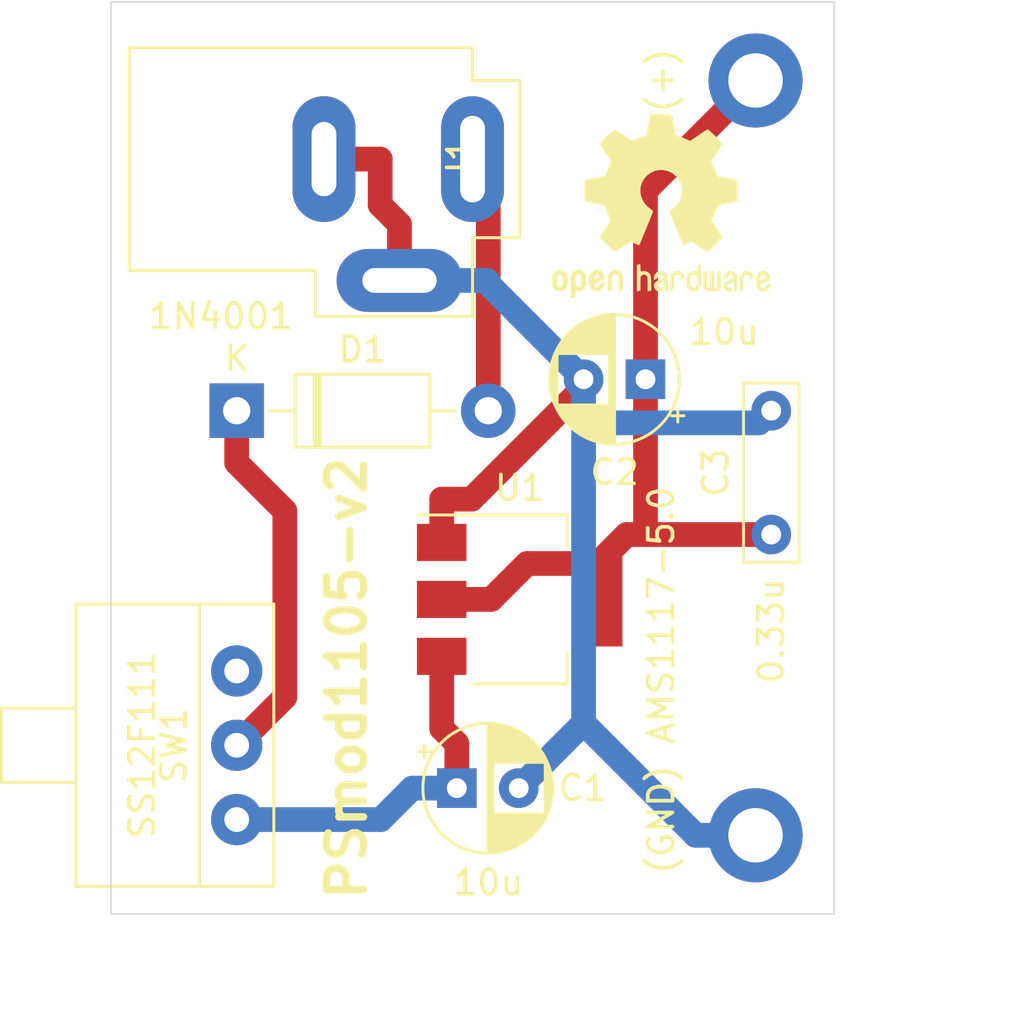
<source format=kicad_pcb>
(kicad_pcb (version 20171130) (host pcbnew 5.1.5+dfsg1-2build2)

  (general
    (thickness 1.6)
    (drawings 11)
    (tracks 40)
    (zones 0)
    (modules 11)
    (nets 7)
  )

  (page A4)
  (layers
    (0 F.Cu signal)
    (31 B.Cu signal)
    (32 B.Adhes user)
    (33 F.Adhes user)
    (34 B.Paste user)
    (35 F.Paste user)
    (36 B.SilkS user)
    (37 F.SilkS user)
    (38 B.Mask user)
    (39 F.Mask user)
    (40 Dwgs.User user)
    (41 Cmts.User user)
    (42 Eco1.User user)
    (43 Eco2.User user)
    (44 Edge.Cuts user)
    (45 Margin user)
    (46 B.CrtYd user)
    (47 F.CrtYd user)
    (48 B.Fab user)
    (49 F.Fab user)
  )

  (setup
    (last_trace_width 1)
    (trace_clearance 0.4)
    (zone_clearance 0.508)
    (zone_45_only no)
    (trace_min 0.2)
    (via_size 1)
    (via_drill 0.5)
    (via_min_size 0.4)
    (via_min_drill 0.3)
    (uvia_size 0.3)
    (uvia_drill 0.1)
    (uvias_allowed no)
    (uvia_min_size 0.2)
    (uvia_min_drill 0.1)
    (edge_width 0.05)
    (segment_width 0.2)
    (pcb_text_width 0.3)
    (pcb_text_size 1.5 1.5)
    (mod_edge_width 0.12)
    (mod_text_size 1 1)
    (mod_text_width 0.15)
    (pad_size 1.524 1.524)
    (pad_drill 0.762)
    (pad_to_mask_clearance 0.051)
    (solder_mask_min_width 0.25)
    (aux_axis_origin 76.2 125.73)
    (grid_origin 76.2 125.73)
    (visible_elements FFFFFF7F)
    (pcbplotparams
      (layerselection 0x3f0f0_ffffffff)
      (usegerberextensions false)
      (usegerberattributes true)
      (usegerberadvancedattributes true)
      (creategerberjobfile true)
      (excludeedgelayer true)
      (linewidth 0.150000)
      (plotframeref false)
      (viasonmask false)
      (mode 1)
      (useauxorigin true)
      (hpglpennumber 1)
      (hpglpenspeed 20)
      (hpglpendiameter 15.000000)
      (psnegative false)
      (psa4output false)
      (plotreference true)
      (plotvalue true)
      (plotinvisibletext false)
      (padsonsilk false)
      (subtractmaskfromsilk true)
      (outputformat 1)
      (mirror false)
      (drillshape 0)
      (scaleselection 1)
      (outputdirectory "fab/Gerber/"))
  )

  (net 0 "")
  (net 1 "Net-(C1-Pad1)")
  (net 2 GND)
  (net 3 "Net-(C2-Pad1)")
  (net 4 "Net-(D1-Pad1)")
  (net 5 "Net-(D1-Pad2)")
  (net 6 "Net-(SW1-Pad3)")

  (net_class Default "To jest domyślna klasa połączeń."
    (clearance 0.4)
    (trace_width 1)
    (via_dia 1)
    (via_drill 0.5)
    (uvia_dia 0.3)
    (uvia_drill 0.1)
    (add_net GND)
    (add_net "Net-(C1-Pad1)")
    (add_net "Net-(C2-Pad1)")
    (add_net "Net-(D1-Pad1)")
    (add_net "Net-(D1-Pad2)")
    (add_net "Net-(SW1-Pad3)")
  )

  (module Capacitor_THT:CP_Radial_D5.0mm_P2.50mm (layer F.Cu) (tedit 5AE50EF0) (tstamp 5FDDF097)
    (at 90.17 120.65)
    (descr "CP, Radial series, Radial, pin pitch=2.50mm, , diameter=5mm, Electrolytic Capacitor")
    (tags "CP Radial series Radial pin pitch 2.50mm  diameter 5mm Electrolytic Capacitor")
    (path /5FB16B00)
    (fp_text reference C1 (at 5.08 0) (layer F.SilkS)
      (effects (font (size 1 1) (thickness 0.15)))
    )
    (fp_text value 10u (at 1.27 3.81) (layer F.SilkS)
      (effects (font (size 1 1) (thickness 0.15)))
    )
    (fp_circle (center 1.25 0) (end 3.75 0) (layer F.Fab) (width 0.1))
    (fp_circle (center 1.25 0) (end 3.87 0) (layer F.SilkS) (width 0.12))
    (fp_circle (center 1.25 0) (end 4 0) (layer F.CrtYd) (width 0.05))
    (fp_line (start -0.883605 -1.0875) (end -0.383605 -1.0875) (layer F.Fab) (width 0.1))
    (fp_line (start -0.633605 -1.3375) (end -0.633605 -0.8375) (layer F.Fab) (width 0.1))
    (fp_line (start 1.25 -2.58) (end 1.25 2.58) (layer F.SilkS) (width 0.12))
    (fp_line (start 1.29 -2.58) (end 1.29 2.58) (layer F.SilkS) (width 0.12))
    (fp_line (start 1.33 -2.579) (end 1.33 2.579) (layer F.SilkS) (width 0.12))
    (fp_line (start 1.37 -2.578) (end 1.37 2.578) (layer F.SilkS) (width 0.12))
    (fp_line (start 1.41 -2.576) (end 1.41 2.576) (layer F.SilkS) (width 0.12))
    (fp_line (start 1.45 -2.573) (end 1.45 2.573) (layer F.SilkS) (width 0.12))
    (fp_line (start 1.49 -2.569) (end 1.49 -1.04) (layer F.SilkS) (width 0.12))
    (fp_line (start 1.49 1.04) (end 1.49 2.569) (layer F.SilkS) (width 0.12))
    (fp_line (start 1.53 -2.565) (end 1.53 -1.04) (layer F.SilkS) (width 0.12))
    (fp_line (start 1.53 1.04) (end 1.53 2.565) (layer F.SilkS) (width 0.12))
    (fp_line (start 1.57 -2.561) (end 1.57 -1.04) (layer F.SilkS) (width 0.12))
    (fp_line (start 1.57 1.04) (end 1.57 2.561) (layer F.SilkS) (width 0.12))
    (fp_line (start 1.61 -2.556) (end 1.61 -1.04) (layer F.SilkS) (width 0.12))
    (fp_line (start 1.61 1.04) (end 1.61 2.556) (layer F.SilkS) (width 0.12))
    (fp_line (start 1.65 -2.55) (end 1.65 -1.04) (layer F.SilkS) (width 0.12))
    (fp_line (start 1.65 1.04) (end 1.65 2.55) (layer F.SilkS) (width 0.12))
    (fp_line (start 1.69 -2.543) (end 1.69 -1.04) (layer F.SilkS) (width 0.12))
    (fp_line (start 1.69 1.04) (end 1.69 2.543) (layer F.SilkS) (width 0.12))
    (fp_line (start 1.73 -2.536) (end 1.73 -1.04) (layer F.SilkS) (width 0.12))
    (fp_line (start 1.73 1.04) (end 1.73 2.536) (layer F.SilkS) (width 0.12))
    (fp_line (start 1.77 -2.528) (end 1.77 -1.04) (layer F.SilkS) (width 0.12))
    (fp_line (start 1.77 1.04) (end 1.77 2.528) (layer F.SilkS) (width 0.12))
    (fp_line (start 1.81 -2.52) (end 1.81 -1.04) (layer F.SilkS) (width 0.12))
    (fp_line (start 1.81 1.04) (end 1.81 2.52) (layer F.SilkS) (width 0.12))
    (fp_line (start 1.85 -2.511) (end 1.85 -1.04) (layer F.SilkS) (width 0.12))
    (fp_line (start 1.85 1.04) (end 1.85 2.511) (layer F.SilkS) (width 0.12))
    (fp_line (start 1.89 -2.501) (end 1.89 -1.04) (layer F.SilkS) (width 0.12))
    (fp_line (start 1.89 1.04) (end 1.89 2.501) (layer F.SilkS) (width 0.12))
    (fp_line (start 1.93 -2.491) (end 1.93 -1.04) (layer F.SilkS) (width 0.12))
    (fp_line (start 1.93 1.04) (end 1.93 2.491) (layer F.SilkS) (width 0.12))
    (fp_line (start 1.971 -2.48) (end 1.971 -1.04) (layer F.SilkS) (width 0.12))
    (fp_line (start 1.971 1.04) (end 1.971 2.48) (layer F.SilkS) (width 0.12))
    (fp_line (start 2.011 -2.468) (end 2.011 -1.04) (layer F.SilkS) (width 0.12))
    (fp_line (start 2.011 1.04) (end 2.011 2.468) (layer F.SilkS) (width 0.12))
    (fp_line (start 2.051 -2.455) (end 2.051 -1.04) (layer F.SilkS) (width 0.12))
    (fp_line (start 2.051 1.04) (end 2.051 2.455) (layer F.SilkS) (width 0.12))
    (fp_line (start 2.091 -2.442) (end 2.091 -1.04) (layer F.SilkS) (width 0.12))
    (fp_line (start 2.091 1.04) (end 2.091 2.442) (layer F.SilkS) (width 0.12))
    (fp_line (start 2.131 -2.428) (end 2.131 -1.04) (layer F.SilkS) (width 0.12))
    (fp_line (start 2.131 1.04) (end 2.131 2.428) (layer F.SilkS) (width 0.12))
    (fp_line (start 2.171 -2.414) (end 2.171 -1.04) (layer F.SilkS) (width 0.12))
    (fp_line (start 2.171 1.04) (end 2.171 2.414) (layer F.SilkS) (width 0.12))
    (fp_line (start 2.211 -2.398) (end 2.211 -1.04) (layer F.SilkS) (width 0.12))
    (fp_line (start 2.211 1.04) (end 2.211 2.398) (layer F.SilkS) (width 0.12))
    (fp_line (start 2.251 -2.382) (end 2.251 -1.04) (layer F.SilkS) (width 0.12))
    (fp_line (start 2.251 1.04) (end 2.251 2.382) (layer F.SilkS) (width 0.12))
    (fp_line (start 2.291 -2.365) (end 2.291 -1.04) (layer F.SilkS) (width 0.12))
    (fp_line (start 2.291 1.04) (end 2.291 2.365) (layer F.SilkS) (width 0.12))
    (fp_line (start 2.331 -2.348) (end 2.331 -1.04) (layer F.SilkS) (width 0.12))
    (fp_line (start 2.331 1.04) (end 2.331 2.348) (layer F.SilkS) (width 0.12))
    (fp_line (start 2.371 -2.329) (end 2.371 -1.04) (layer F.SilkS) (width 0.12))
    (fp_line (start 2.371 1.04) (end 2.371 2.329) (layer F.SilkS) (width 0.12))
    (fp_line (start 2.411 -2.31) (end 2.411 -1.04) (layer F.SilkS) (width 0.12))
    (fp_line (start 2.411 1.04) (end 2.411 2.31) (layer F.SilkS) (width 0.12))
    (fp_line (start 2.451 -2.29) (end 2.451 -1.04) (layer F.SilkS) (width 0.12))
    (fp_line (start 2.451 1.04) (end 2.451 2.29) (layer F.SilkS) (width 0.12))
    (fp_line (start 2.491 -2.268) (end 2.491 -1.04) (layer F.SilkS) (width 0.12))
    (fp_line (start 2.491 1.04) (end 2.491 2.268) (layer F.SilkS) (width 0.12))
    (fp_line (start 2.531 -2.247) (end 2.531 -1.04) (layer F.SilkS) (width 0.12))
    (fp_line (start 2.531 1.04) (end 2.531 2.247) (layer F.SilkS) (width 0.12))
    (fp_line (start 2.571 -2.224) (end 2.571 -1.04) (layer F.SilkS) (width 0.12))
    (fp_line (start 2.571 1.04) (end 2.571 2.224) (layer F.SilkS) (width 0.12))
    (fp_line (start 2.611 -2.2) (end 2.611 -1.04) (layer F.SilkS) (width 0.12))
    (fp_line (start 2.611 1.04) (end 2.611 2.2) (layer F.SilkS) (width 0.12))
    (fp_line (start 2.651 -2.175) (end 2.651 -1.04) (layer F.SilkS) (width 0.12))
    (fp_line (start 2.651 1.04) (end 2.651 2.175) (layer F.SilkS) (width 0.12))
    (fp_line (start 2.691 -2.149) (end 2.691 -1.04) (layer F.SilkS) (width 0.12))
    (fp_line (start 2.691 1.04) (end 2.691 2.149) (layer F.SilkS) (width 0.12))
    (fp_line (start 2.731 -2.122) (end 2.731 -1.04) (layer F.SilkS) (width 0.12))
    (fp_line (start 2.731 1.04) (end 2.731 2.122) (layer F.SilkS) (width 0.12))
    (fp_line (start 2.771 -2.095) (end 2.771 -1.04) (layer F.SilkS) (width 0.12))
    (fp_line (start 2.771 1.04) (end 2.771 2.095) (layer F.SilkS) (width 0.12))
    (fp_line (start 2.811 -2.065) (end 2.811 -1.04) (layer F.SilkS) (width 0.12))
    (fp_line (start 2.811 1.04) (end 2.811 2.065) (layer F.SilkS) (width 0.12))
    (fp_line (start 2.851 -2.035) (end 2.851 -1.04) (layer F.SilkS) (width 0.12))
    (fp_line (start 2.851 1.04) (end 2.851 2.035) (layer F.SilkS) (width 0.12))
    (fp_line (start 2.891 -2.004) (end 2.891 -1.04) (layer F.SilkS) (width 0.12))
    (fp_line (start 2.891 1.04) (end 2.891 2.004) (layer F.SilkS) (width 0.12))
    (fp_line (start 2.931 -1.971) (end 2.931 -1.04) (layer F.SilkS) (width 0.12))
    (fp_line (start 2.931 1.04) (end 2.931 1.971) (layer F.SilkS) (width 0.12))
    (fp_line (start 2.971 -1.937) (end 2.971 -1.04) (layer F.SilkS) (width 0.12))
    (fp_line (start 2.971 1.04) (end 2.971 1.937) (layer F.SilkS) (width 0.12))
    (fp_line (start 3.011 -1.901) (end 3.011 -1.04) (layer F.SilkS) (width 0.12))
    (fp_line (start 3.011 1.04) (end 3.011 1.901) (layer F.SilkS) (width 0.12))
    (fp_line (start 3.051 -1.864) (end 3.051 -1.04) (layer F.SilkS) (width 0.12))
    (fp_line (start 3.051 1.04) (end 3.051 1.864) (layer F.SilkS) (width 0.12))
    (fp_line (start 3.091 -1.826) (end 3.091 -1.04) (layer F.SilkS) (width 0.12))
    (fp_line (start 3.091 1.04) (end 3.091 1.826) (layer F.SilkS) (width 0.12))
    (fp_line (start 3.131 -1.785) (end 3.131 -1.04) (layer F.SilkS) (width 0.12))
    (fp_line (start 3.131 1.04) (end 3.131 1.785) (layer F.SilkS) (width 0.12))
    (fp_line (start 3.171 -1.743) (end 3.171 -1.04) (layer F.SilkS) (width 0.12))
    (fp_line (start 3.171 1.04) (end 3.171 1.743) (layer F.SilkS) (width 0.12))
    (fp_line (start 3.211 -1.699) (end 3.211 -1.04) (layer F.SilkS) (width 0.12))
    (fp_line (start 3.211 1.04) (end 3.211 1.699) (layer F.SilkS) (width 0.12))
    (fp_line (start 3.251 -1.653) (end 3.251 -1.04) (layer F.SilkS) (width 0.12))
    (fp_line (start 3.251 1.04) (end 3.251 1.653) (layer F.SilkS) (width 0.12))
    (fp_line (start 3.291 -1.605) (end 3.291 -1.04) (layer F.SilkS) (width 0.12))
    (fp_line (start 3.291 1.04) (end 3.291 1.605) (layer F.SilkS) (width 0.12))
    (fp_line (start 3.331 -1.554) (end 3.331 -1.04) (layer F.SilkS) (width 0.12))
    (fp_line (start 3.331 1.04) (end 3.331 1.554) (layer F.SilkS) (width 0.12))
    (fp_line (start 3.371 -1.5) (end 3.371 -1.04) (layer F.SilkS) (width 0.12))
    (fp_line (start 3.371 1.04) (end 3.371 1.5) (layer F.SilkS) (width 0.12))
    (fp_line (start 3.411 -1.443) (end 3.411 -1.04) (layer F.SilkS) (width 0.12))
    (fp_line (start 3.411 1.04) (end 3.411 1.443) (layer F.SilkS) (width 0.12))
    (fp_line (start 3.451 -1.383) (end 3.451 -1.04) (layer F.SilkS) (width 0.12))
    (fp_line (start 3.451 1.04) (end 3.451 1.383) (layer F.SilkS) (width 0.12))
    (fp_line (start 3.491 -1.319) (end 3.491 -1.04) (layer F.SilkS) (width 0.12))
    (fp_line (start 3.491 1.04) (end 3.491 1.319) (layer F.SilkS) (width 0.12))
    (fp_line (start 3.531 -1.251) (end 3.531 -1.04) (layer F.SilkS) (width 0.12))
    (fp_line (start 3.531 1.04) (end 3.531 1.251) (layer F.SilkS) (width 0.12))
    (fp_line (start 3.571 -1.178) (end 3.571 1.178) (layer F.SilkS) (width 0.12))
    (fp_line (start 3.611 -1.098) (end 3.611 1.098) (layer F.SilkS) (width 0.12))
    (fp_line (start 3.651 -1.011) (end 3.651 1.011) (layer F.SilkS) (width 0.12))
    (fp_line (start 3.691 -0.915) (end 3.691 0.915) (layer F.SilkS) (width 0.12))
    (fp_line (start 3.731 -0.805) (end 3.731 0.805) (layer F.SilkS) (width 0.12))
    (fp_line (start 3.771 -0.677) (end 3.771 0.677) (layer F.SilkS) (width 0.12))
    (fp_line (start 3.811 -0.518) (end 3.811 0.518) (layer F.SilkS) (width 0.12))
    (fp_line (start 3.851 -0.284) (end 3.851 0.284) (layer F.SilkS) (width 0.12))
    (fp_line (start -1.554775 -1.475) (end -1.054775 -1.475) (layer F.SilkS) (width 0.12))
    (fp_line (start -1.304775 -1.725) (end -1.304775 -1.225) (layer F.SilkS) (width 0.12))
    (fp_text user %R (at 1.25 0) (layer F.Fab)
      (effects (font (size 1 1) (thickness 0.15)))
    )
    (pad 1 thru_hole rect (at 0 0) (size 1.6 1.6) (drill 0.8) (layers *.Cu *.Mask)
      (net 1 "Net-(C1-Pad1)"))
    (pad 2 thru_hole circle (at 2.5 0) (size 1.6 1.6) (drill 0.8) (layers *.Cu *.Mask)
      (net 2 GND))
    (model ${KISYS3DMOD}/Capacitor_THT.3dshapes/CP_Radial_D5.0mm_P2.50mm.wrl
      (at (xyz 0 0 0))
      (scale (xyz 1 1 1))
      (rotate (xyz 0 0 0))
    )
  )

  (module Capacitor_THT:CP_Radial_D5.0mm_P2.50mm (layer F.Cu) (tedit 5AE50EF0) (tstamp 5FDDF11B)
    (at 97.79 104.14 180)
    (descr "CP, Radial series, Radial, pin pitch=2.50mm, , diameter=5mm, Electrolytic Capacitor")
    (tags "CP Radial series Radial pin pitch 2.50mm  diameter 5mm Electrolytic Capacitor")
    (path /5FB1C1E0)
    (fp_text reference C2 (at 1.25 -3.75) (layer F.SilkS)
      (effects (font (size 1 1) (thickness 0.15)))
    )
    (fp_text value 10u (at -3.175 1.905) (layer F.SilkS)
      (effects (font (size 1 1) (thickness 0.15)))
    )
    (fp_text user %R (at 1.25 0) (layer F.Fab)
      (effects (font (size 1 1) (thickness 0.15)))
    )
    (fp_line (start -1.304775 -1.725) (end -1.304775 -1.225) (layer F.SilkS) (width 0.12))
    (fp_line (start -1.554775 -1.475) (end -1.054775 -1.475) (layer F.SilkS) (width 0.12))
    (fp_line (start 3.851 -0.284) (end 3.851 0.284) (layer F.SilkS) (width 0.12))
    (fp_line (start 3.811 -0.518) (end 3.811 0.518) (layer F.SilkS) (width 0.12))
    (fp_line (start 3.771 -0.677) (end 3.771 0.677) (layer F.SilkS) (width 0.12))
    (fp_line (start 3.731 -0.805) (end 3.731 0.805) (layer F.SilkS) (width 0.12))
    (fp_line (start 3.691 -0.915) (end 3.691 0.915) (layer F.SilkS) (width 0.12))
    (fp_line (start 3.651 -1.011) (end 3.651 1.011) (layer F.SilkS) (width 0.12))
    (fp_line (start 3.611 -1.098) (end 3.611 1.098) (layer F.SilkS) (width 0.12))
    (fp_line (start 3.571 -1.178) (end 3.571 1.178) (layer F.SilkS) (width 0.12))
    (fp_line (start 3.531 1.04) (end 3.531 1.251) (layer F.SilkS) (width 0.12))
    (fp_line (start 3.531 -1.251) (end 3.531 -1.04) (layer F.SilkS) (width 0.12))
    (fp_line (start 3.491 1.04) (end 3.491 1.319) (layer F.SilkS) (width 0.12))
    (fp_line (start 3.491 -1.319) (end 3.491 -1.04) (layer F.SilkS) (width 0.12))
    (fp_line (start 3.451 1.04) (end 3.451 1.383) (layer F.SilkS) (width 0.12))
    (fp_line (start 3.451 -1.383) (end 3.451 -1.04) (layer F.SilkS) (width 0.12))
    (fp_line (start 3.411 1.04) (end 3.411 1.443) (layer F.SilkS) (width 0.12))
    (fp_line (start 3.411 -1.443) (end 3.411 -1.04) (layer F.SilkS) (width 0.12))
    (fp_line (start 3.371 1.04) (end 3.371 1.5) (layer F.SilkS) (width 0.12))
    (fp_line (start 3.371 -1.5) (end 3.371 -1.04) (layer F.SilkS) (width 0.12))
    (fp_line (start 3.331 1.04) (end 3.331 1.554) (layer F.SilkS) (width 0.12))
    (fp_line (start 3.331 -1.554) (end 3.331 -1.04) (layer F.SilkS) (width 0.12))
    (fp_line (start 3.291 1.04) (end 3.291 1.605) (layer F.SilkS) (width 0.12))
    (fp_line (start 3.291 -1.605) (end 3.291 -1.04) (layer F.SilkS) (width 0.12))
    (fp_line (start 3.251 1.04) (end 3.251 1.653) (layer F.SilkS) (width 0.12))
    (fp_line (start 3.251 -1.653) (end 3.251 -1.04) (layer F.SilkS) (width 0.12))
    (fp_line (start 3.211 1.04) (end 3.211 1.699) (layer F.SilkS) (width 0.12))
    (fp_line (start 3.211 -1.699) (end 3.211 -1.04) (layer F.SilkS) (width 0.12))
    (fp_line (start 3.171 1.04) (end 3.171 1.743) (layer F.SilkS) (width 0.12))
    (fp_line (start 3.171 -1.743) (end 3.171 -1.04) (layer F.SilkS) (width 0.12))
    (fp_line (start 3.131 1.04) (end 3.131 1.785) (layer F.SilkS) (width 0.12))
    (fp_line (start 3.131 -1.785) (end 3.131 -1.04) (layer F.SilkS) (width 0.12))
    (fp_line (start 3.091 1.04) (end 3.091 1.826) (layer F.SilkS) (width 0.12))
    (fp_line (start 3.091 -1.826) (end 3.091 -1.04) (layer F.SilkS) (width 0.12))
    (fp_line (start 3.051 1.04) (end 3.051 1.864) (layer F.SilkS) (width 0.12))
    (fp_line (start 3.051 -1.864) (end 3.051 -1.04) (layer F.SilkS) (width 0.12))
    (fp_line (start 3.011 1.04) (end 3.011 1.901) (layer F.SilkS) (width 0.12))
    (fp_line (start 3.011 -1.901) (end 3.011 -1.04) (layer F.SilkS) (width 0.12))
    (fp_line (start 2.971 1.04) (end 2.971 1.937) (layer F.SilkS) (width 0.12))
    (fp_line (start 2.971 -1.937) (end 2.971 -1.04) (layer F.SilkS) (width 0.12))
    (fp_line (start 2.931 1.04) (end 2.931 1.971) (layer F.SilkS) (width 0.12))
    (fp_line (start 2.931 -1.971) (end 2.931 -1.04) (layer F.SilkS) (width 0.12))
    (fp_line (start 2.891 1.04) (end 2.891 2.004) (layer F.SilkS) (width 0.12))
    (fp_line (start 2.891 -2.004) (end 2.891 -1.04) (layer F.SilkS) (width 0.12))
    (fp_line (start 2.851 1.04) (end 2.851 2.035) (layer F.SilkS) (width 0.12))
    (fp_line (start 2.851 -2.035) (end 2.851 -1.04) (layer F.SilkS) (width 0.12))
    (fp_line (start 2.811 1.04) (end 2.811 2.065) (layer F.SilkS) (width 0.12))
    (fp_line (start 2.811 -2.065) (end 2.811 -1.04) (layer F.SilkS) (width 0.12))
    (fp_line (start 2.771 1.04) (end 2.771 2.095) (layer F.SilkS) (width 0.12))
    (fp_line (start 2.771 -2.095) (end 2.771 -1.04) (layer F.SilkS) (width 0.12))
    (fp_line (start 2.731 1.04) (end 2.731 2.122) (layer F.SilkS) (width 0.12))
    (fp_line (start 2.731 -2.122) (end 2.731 -1.04) (layer F.SilkS) (width 0.12))
    (fp_line (start 2.691 1.04) (end 2.691 2.149) (layer F.SilkS) (width 0.12))
    (fp_line (start 2.691 -2.149) (end 2.691 -1.04) (layer F.SilkS) (width 0.12))
    (fp_line (start 2.651 1.04) (end 2.651 2.175) (layer F.SilkS) (width 0.12))
    (fp_line (start 2.651 -2.175) (end 2.651 -1.04) (layer F.SilkS) (width 0.12))
    (fp_line (start 2.611 1.04) (end 2.611 2.2) (layer F.SilkS) (width 0.12))
    (fp_line (start 2.611 -2.2) (end 2.611 -1.04) (layer F.SilkS) (width 0.12))
    (fp_line (start 2.571 1.04) (end 2.571 2.224) (layer F.SilkS) (width 0.12))
    (fp_line (start 2.571 -2.224) (end 2.571 -1.04) (layer F.SilkS) (width 0.12))
    (fp_line (start 2.531 1.04) (end 2.531 2.247) (layer F.SilkS) (width 0.12))
    (fp_line (start 2.531 -2.247) (end 2.531 -1.04) (layer F.SilkS) (width 0.12))
    (fp_line (start 2.491 1.04) (end 2.491 2.268) (layer F.SilkS) (width 0.12))
    (fp_line (start 2.491 -2.268) (end 2.491 -1.04) (layer F.SilkS) (width 0.12))
    (fp_line (start 2.451 1.04) (end 2.451 2.29) (layer F.SilkS) (width 0.12))
    (fp_line (start 2.451 -2.29) (end 2.451 -1.04) (layer F.SilkS) (width 0.12))
    (fp_line (start 2.411 1.04) (end 2.411 2.31) (layer F.SilkS) (width 0.12))
    (fp_line (start 2.411 -2.31) (end 2.411 -1.04) (layer F.SilkS) (width 0.12))
    (fp_line (start 2.371 1.04) (end 2.371 2.329) (layer F.SilkS) (width 0.12))
    (fp_line (start 2.371 -2.329) (end 2.371 -1.04) (layer F.SilkS) (width 0.12))
    (fp_line (start 2.331 1.04) (end 2.331 2.348) (layer F.SilkS) (width 0.12))
    (fp_line (start 2.331 -2.348) (end 2.331 -1.04) (layer F.SilkS) (width 0.12))
    (fp_line (start 2.291 1.04) (end 2.291 2.365) (layer F.SilkS) (width 0.12))
    (fp_line (start 2.291 -2.365) (end 2.291 -1.04) (layer F.SilkS) (width 0.12))
    (fp_line (start 2.251 1.04) (end 2.251 2.382) (layer F.SilkS) (width 0.12))
    (fp_line (start 2.251 -2.382) (end 2.251 -1.04) (layer F.SilkS) (width 0.12))
    (fp_line (start 2.211 1.04) (end 2.211 2.398) (layer F.SilkS) (width 0.12))
    (fp_line (start 2.211 -2.398) (end 2.211 -1.04) (layer F.SilkS) (width 0.12))
    (fp_line (start 2.171 1.04) (end 2.171 2.414) (layer F.SilkS) (width 0.12))
    (fp_line (start 2.171 -2.414) (end 2.171 -1.04) (layer F.SilkS) (width 0.12))
    (fp_line (start 2.131 1.04) (end 2.131 2.428) (layer F.SilkS) (width 0.12))
    (fp_line (start 2.131 -2.428) (end 2.131 -1.04) (layer F.SilkS) (width 0.12))
    (fp_line (start 2.091 1.04) (end 2.091 2.442) (layer F.SilkS) (width 0.12))
    (fp_line (start 2.091 -2.442) (end 2.091 -1.04) (layer F.SilkS) (width 0.12))
    (fp_line (start 2.051 1.04) (end 2.051 2.455) (layer F.SilkS) (width 0.12))
    (fp_line (start 2.051 -2.455) (end 2.051 -1.04) (layer F.SilkS) (width 0.12))
    (fp_line (start 2.011 1.04) (end 2.011 2.468) (layer F.SilkS) (width 0.12))
    (fp_line (start 2.011 -2.468) (end 2.011 -1.04) (layer F.SilkS) (width 0.12))
    (fp_line (start 1.971 1.04) (end 1.971 2.48) (layer F.SilkS) (width 0.12))
    (fp_line (start 1.971 -2.48) (end 1.971 -1.04) (layer F.SilkS) (width 0.12))
    (fp_line (start 1.93 1.04) (end 1.93 2.491) (layer F.SilkS) (width 0.12))
    (fp_line (start 1.93 -2.491) (end 1.93 -1.04) (layer F.SilkS) (width 0.12))
    (fp_line (start 1.89 1.04) (end 1.89 2.501) (layer F.SilkS) (width 0.12))
    (fp_line (start 1.89 -2.501) (end 1.89 -1.04) (layer F.SilkS) (width 0.12))
    (fp_line (start 1.85 1.04) (end 1.85 2.511) (layer F.SilkS) (width 0.12))
    (fp_line (start 1.85 -2.511) (end 1.85 -1.04) (layer F.SilkS) (width 0.12))
    (fp_line (start 1.81 1.04) (end 1.81 2.52) (layer F.SilkS) (width 0.12))
    (fp_line (start 1.81 -2.52) (end 1.81 -1.04) (layer F.SilkS) (width 0.12))
    (fp_line (start 1.77 1.04) (end 1.77 2.528) (layer F.SilkS) (width 0.12))
    (fp_line (start 1.77 -2.528) (end 1.77 -1.04) (layer F.SilkS) (width 0.12))
    (fp_line (start 1.73 1.04) (end 1.73 2.536) (layer F.SilkS) (width 0.12))
    (fp_line (start 1.73 -2.536) (end 1.73 -1.04) (layer F.SilkS) (width 0.12))
    (fp_line (start 1.69 1.04) (end 1.69 2.543) (layer F.SilkS) (width 0.12))
    (fp_line (start 1.69 -2.543) (end 1.69 -1.04) (layer F.SilkS) (width 0.12))
    (fp_line (start 1.65 1.04) (end 1.65 2.55) (layer F.SilkS) (width 0.12))
    (fp_line (start 1.65 -2.55) (end 1.65 -1.04) (layer F.SilkS) (width 0.12))
    (fp_line (start 1.61 1.04) (end 1.61 2.556) (layer F.SilkS) (width 0.12))
    (fp_line (start 1.61 -2.556) (end 1.61 -1.04) (layer F.SilkS) (width 0.12))
    (fp_line (start 1.57 1.04) (end 1.57 2.561) (layer F.SilkS) (width 0.12))
    (fp_line (start 1.57 -2.561) (end 1.57 -1.04) (layer F.SilkS) (width 0.12))
    (fp_line (start 1.53 1.04) (end 1.53 2.565) (layer F.SilkS) (width 0.12))
    (fp_line (start 1.53 -2.565) (end 1.53 -1.04) (layer F.SilkS) (width 0.12))
    (fp_line (start 1.49 1.04) (end 1.49 2.569) (layer F.SilkS) (width 0.12))
    (fp_line (start 1.49 -2.569) (end 1.49 -1.04) (layer F.SilkS) (width 0.12))
    (fp_line (start 1.45 -2.573) (end 1.45 2.573) (layer F.SilkS) (width 0.12))
    (fp_line (start 1.41 -2.576) (end 1.41 2.576) (layer F.SilkS) (width 0.12))
    (fp_line (start 1.37 -2.578) (end 1.37 2.578) (layer F.SilkS) (width 0.12))
    (fp_line (start 1.33 -2.579) (end 1.33 2.579) (layer F.SilkS) (width 0.12))
    (fp_line (start 1.29 -2.58) (end 1.29 2.58) (layer F.SilkS) (width 0.12))
    (fp_line (start 1.25 -2.58) (end 1.25 2.58) (layer F.SilkS) (width 0.12))
    (fp_line (start -0.633605 -1.3375) (end -0.633605 -0.8375) (layer F.Fab) (width 0.1))
    (fp_line (start -0.883605 -1.0875) (end -0.383605 -1.0875) (layer F.Fab) (width 0.1))
    (fp_circle (center 1.25 0) (end 4 0) (layer F.CrtYd) (width 0.05))
    (fp_circle (center 1.25 0) (end 3.87 0) (layer F.SilkS) (width 0.12))
    (fp_circle (center 1.25 0) (end 3.75 0) (layer F.Fab) (width 0.1))
    (pad 2 thru_hole circle (at 2.5 0 180) (size 1.6 1.6) (drill 0.8) (layers *.Cu *.Mask)
      (net 2 GND))
    (pad 1 thru_hole rect (at 0 0 180) (size 1.6 1.6) (drill 0.8) (layers *.Cu *.Mask)
      (net 3 "Net-(C2-Pad1)"))
    (model ${KISYS3DMOD}/Capacitor_THT.3dshapes/CP_Radial_D5.0mm_P2.50mm.wrl
      (at (xyz 0 0 0))
      (scale (xyz 1 1 1))
      (rotate (xyz 0 0 0))
    )
  )

  (module Capacitor_THT:C_Rect_L7.0mm_W2.0mm_P5.00mm (layer F.Cu) (tedit 5AE50EF0) (tstamp 5FDDF12E)
    (at 102.87 110.41 90)
    (descr "C, Rect series, Radial, pin pitch=5.00mm, , length*width=7*2mm^2, Capacitor")
    (tags "C Rect series Radial pin pitch 5.00mm  length 7mm width 2mm Capacitor")
    (path /5FB17115)
    (fp_text reference C3 (at 2.5 -2.25 90) (layer F.SilkS)
      (effects (font (size 1 1) (thickness 0.15)))
    )
    (fp_text value 0.33u (at -3.89 0 90) (layer F.SilkS)
      (effects (font (size 1 1) (thickness 0.15)))
    )
    (fp_line (start -1 -1) (end -1 1) (layer F.Fab) (width 0.1))
    (fp_line (start -1 1) (end 6 1) (layer F.Fab) (width 0.1))
    (fp_line (start 6 1) (end 6 -1) (layer F.Fab) (width 0.1))
    (fp_line (start 6 -1) (end -1 -1) (layer F.Fab) (width 0.1))
    (fp_line (start -1.12 -1.12) (end 6.12 -1.12) (layer F.SilkS) (width 0.12))
    (fp_line (start -1.12 1.12) (end 6.12 1.12) (layer F.SilkS) (width 0.12))
    (fp_line (start -1.12 -1.12) (end -1.12 1.12) (layer F.SilkS) (width 0.12))
    (fp_line (start 6.12 -1.12) (end 6.12 1.12) (layer F.SilkS) (width 0.12))
    (fp_line (start -1.25 -1.25) (end -1.25 1.25) (layer F.CrtYd) (width 0.05))
    (fp_line (start -1.25 1.25) (end 6.25 1.25) (layer F.CrtYd) (width 0.05))
    (fp_line (start 6.25 1.25) (end 6.25 -1.25) (layer F.CrtYd) (width 0.05))
    (fp_line (start 6.25 -1.25) (end -1.25 -1.25) (layer F.CrtYd) (width 0.05))
    (fp_text user %R (at 2.5 0 90) (layer F.Fab)
      (effects (font (size 1 1) (thickness 0.15)))
    )
    (pad 1 thru_hole circle (at 0 0 90) (size 1.6 1.6) (drill 0.8) (layers *.Cu *.Mask)
      (net 3 "Net-(C2-Pad1)"))
    (pad 2 thru_hole circle (at 5 0 90) (size 1.6 1.6) (drill 0.8) (layers *.Cu *.Mask)
      (net 2 GND))
    (model ${KISYS3DMOD}/Capacitor_THT.3dshapes/C_Rect_L7.0mm_W2.0mm_P5.00mm.wrl
      (at (xyz 0 0 0))
      (scale (xyz 1 1 1))
      (rotate (xyz 0 0 0))
    )
  )

  (module Diode_THT:D_DO-41_SOD81_P10.16mm_Horizontal (layer F.Cu) (tedit 5AE50CD5) (tstamp 5FDDF6D4)
    (at 81.28 105.41)
    (descr "Diode, DO-41_SOD81 series, Axial, Horizontal, pin pitch=10.16mm, , length*diameter=5.2*2.7mm^2, , http://www.diodes.com/_files/packages/DO-41%20(Plastic).pdf")
    (tags "Diode DO-41_SOD81 series Axial Horizontal pin pitch 10.16mm  length 5.2mm diameter 2.7mm")
    (path /5FB14BF1)
    (fp_text reference D1 (at 5.08 -2.47) (layer F.SilkS)
      (effects (font (size 1 1) (thickness 0.15)))
    )
    (fp_text value 1N4001 (at -0.635 -3.81) (layer F.SilkS)
      (effects (font (size 1 1) (thickness 0.15)))
    )
    (fp_line (start 2.48 -1.35) (end 2.48 1.35) (layer F.Fab) (width 0.1))
    (fp_line (start 2.48 1.35) (end 7.68 1.35) (layer F.Fab) (width 0.1))
    (fp_line (start 7.68 1.35) (end 7.68 -1.35) (layer F.Fab) (width 0.1))
    (fp_line (start 7.68 -1.35) (end 2.48 -1.35) (layer F.Fab) (width 0.1))
    (fp_line (start 0 0) (end 2.48 0) (layer F.Fab) (width 0.1))
    (fp_line (start 10.16 0) (end 7.68 0) (layer F.Fab) (width 0.1))
    (fp_line (start 3.26 -1.35) (end 3.26 1.35) (layer F.Fab) (width 0.1))
    (fp_line (start 3.36 -1.35) (end 3.36 1.35) (layer F.Fab) (width 0.1))
    (fp_line (start 3.16 -1.35) (end 3.16 1.35) (layer F.Fab) (width 0.1))
    (fp_line (start 2.36 -1.47) (end 2.36 1.47) (layer F.SilkS) (width 0.12))
    (fp_line (start 2.36 1.47) (end 7.8 1.47) (layer F.SilkS) (width 0.12))
    (fp_line (start 7.8 1.47) (end 7.8 -1.47) (layer F.SilkS) (width 0.12))
    (fp_line (start 7.8 -1.47) (end 2.36 -1.47) (layer F.SilkS) (width 0.12))
    (fp_line (start 1.34 0) (end 2.36 0) (layer F.SilkS) (width 0.12))
    (fp_line (start 8.82 0) (end 7.8 0) (layer F.SilkS) (width 0.12))
    (fp_line (start 3.26 -1.47) (end 3.26 1.47) (layer F.SilkS) (width 0.12))
    (fp_line (start 3.38 -1.47) (end 3.38 1.47) (layer F.SilkS) (width 0.12))
    (fp_line (start 3.14 -1.47) (end 3.14 1.47) (layer F.SilkS) (width 0.12))
    (fp_line (start -1.35 -1.6) (end -1.35 1.6) (layer F.CrtYd) (width 0.05))
    (fp_line (start -1.35 1.6) (end 11.51 1.6) (layer F.CrtYd) (width 0.05))
    (fp_line (start 11.51 1.6) (end 11.51 -1.6) (layer F.CrtYd) (width 0.05))
    (fp_line (start 11.51 -1.6) (end -1.35 -1.6) (layer F.CrtYd) (width 0.05))
    (fp_text user %R (at 5.47 0) (layer F.Fab)
      (effects (font (size 1 1) (thickness 0.15)))
    )
    (fp_text user K (at 0 -2.1) (layer F.Fab)
      (effects (font (size 1 1) (thickness 0.15)))
    )
    (fp_text user K (at 0 -2.1) (layer F.SilkS)
      (effects (font (size 1 1) (thickness 0.15)))
    )
    (pad 1 thru_hole rect (at 0 0) (size 2.2 2.2) (drill 1.1) (layers *.Cu *.Mask)
      (net 4 "Net-(D1-Pad1)"))
    (pad 2 thru_hole oval (at 10.16 0) (size 2.2 2.2) (drill 1.1) (layers *.Cu *.Mask)
      (net 5 "Net-(D1-Pad2)"))
    (model ${KISYS3DMOD}/Diode_THT.3dshapes/D_DO-41_SOD81_P10.16mm_Horizontal.wrl
      (at (xyz 0 0 0))
      (scale (xyz 1 1 1))
      (rotate (xyz 0 0 0))
    )
  )

  (module MountingHole:MountingHole_2.2mm_M2_DIN965 (layer F.Cu) (tedit 56D1B4CB) (tstamp 5FDDF155)
    (at 79.375 109.855)
    (descr "Mounting Hole 2.2mm, no annular, M2, DIN965")
    (tags "mounting hole 2.2mm no annular m2 din965")
    (path /5FB265AB)
    (attr virtual)
    (fp_text reference H1 (at 0 -2.9) (layer F.SilkS) hide
      (effects (font (size 1 1) (thickness 0.15)))
    )
    (fp_text value M2.2 (at 0 2.9) (layer F.Fab)
      (effects (font (size 1 1) (thickness 0.15)))
    )
    (fp_text user %R (at 0.3 0) (layer F.Fab)
      (effects (font (size 1 1) (thickness 0.15)))
    )
    (fp_circle (center 0 0) (end 1.9 0) (layer Cmts.User) (width 0.15))
    (fp_circle (center 0 0) (end 2.15 0) (layer F.CrtYd) (width 0.05))
    (pad 1 np_thru_hole circle (at 0 0) (size 2.2 2.2) (drill 2.2) (layers *.Cu *.Mask))
  )

  (module MountingHole:MountingHole_2.2mm_M2_DIN965_Pad (layer F.Cu) (tedit 56D1B4CB) (tstamp 5FDDF165)
    (at 102.235 92.075)
    (descr "Mounting Hole 2.2mm, M2, DIN965")
    (tags "mounting hole 2.2mm m2 din965")
    (path /5FB1A634)
    (attr virtual)
    (fp_text reference H3 (at 0 -2.9) (layer F.SilkS) hide
      (effects (font (size 1 1) (thickness 0.15)))
    )
    (fp_text value "(+)" (at -3.81 0 90) (layer F.SilkS)
      (effects (font (size 1 1) (thickness 0.15)))
    )
    (fp_text user %R (at 0.3 0) (layer F.Fab)
      (effects (font (size 1 1) (thickness 0.15)))
    )
    (fp_circle (center 0 0) (end 1.9 0) (layer Cmts.User) (width 0.15))
    (fp_circle (center 0 0) (end 2.15 0) (layer F.CrtYd) (width 0.05))
    (pad 1 thru_hole circle (at 0 0) (size 3.8 3.8) (drill 2.2) (layers *.Cu *.Mask)
      (net 3 "Net-(C2-Pad1)"))
  )

  (module MountingHole:MountingHole_2.2mm_M2_DIN965_Pad (layer F.Cu) (tedit 56D1B4CB) (tstamp 5FDDF16D)
    (at 102.235 122.555)
    (descr "Mounting Hole 2.2mm, M2, DIN965")
    (tags "mounting hole 2.2mm m2 din965")
    (path /5FB1AD57)
    (attr virtual)
    (fp_text reference H4 (at 0 -2.9) (layer F.SilkS) hide
      (effects (font (size 1 1) (thickness 0.15)))
    )
    (fp_text value "(GND)" (at -3.81 -0.635 90) (layer F.SilkS)
      (effects (font (size 1 1) (thickness 0.15)))
    )
    (fp_circle (center 0 0) (end 2.15 0) (layer F.CrtYd) (width 0.05))
    (fp_circle (center 0 0) (end 1.9 0) (layer Cmts.User) (width 0.15))
    (fp_text user %R (at 0.3 0) (layer F.Fab)
      (effects (font (size 1 1) (thickness 0.15)))
    )
    (pad 1 thru_hole circle (at 0 0) (size 3.8 3.8) (drill 2.2) (layers *.Cu *.Mask)
      (net 2 GND))
  )

  (module dc-connectors:NRB21R (layer F.Cu) (tedit 5F53B187) (tstamp 5FDDF193)
    (at 90.805 95.25 270)
    (descr "dc barrel jack connector 5.5/2.1 mm")
    (tags "dc,barrel jack,connector")
    (path /5FB14534)
    (fp_text reference J1 (at 0 0.5 90) (layer F.SilkS)
      (effects (font (size 1 1) (thickness 0.15)))
    )
    (fp_text value "DC 9...12V" (at 0 9.525 90) (layer F.Fab)
      (effects (font (size 1 1) (thickness 0.15)))
    )
    (fp_line (start -4.5 0) (end -4.5 13.865) (layer F.CrtYd) (width 0.12))
    (fp_line (start -4.5 13.865) (end 4.5 13.865) (layer F.CrtYd) (width 0.12))
    (fp_line (start 4.5 13.865) (end -4.5 13.865) (layer F.SilkS) (width 0.12))
    (fp_line (start -4.5 13.865) (end -4.5 0) (layer F.SilkS) (width 0.12))
    (fp_line (start 4.5 13.865) (end -4.5 13.865) (layer F.Fab) (width 0.12))
    (fp_line (start -4.5 13.865) (end -4.5 0) (layer F.Fab) (width 0.12))
    (fp_line (start -4.5 0) (end -3.175 0) (layer F.CrtYd) (width 0.12))
    (fp_line (start -3.175 0) (end -3.175 -1.905) (layer F.CrtYd) (width 0.12))
    (fp_line (start -3.175 -1.905) (end 3.175 -1.905) (layer F.CrtYd) (width 0.12))
    (fp_line (start 3.175 -1.905) (end 3.175 0) (layer F.CrtYd) (width 0.12))
    (fp_line (start 3.175 0) (end 6.35 0) (layer F.CrtYd) (width 0.12))
    (fp_line (start 6.35 0) (end 6.35 6.35) (layer F.CrtYd) (width 0.12))
    (fp_line (start 6.35 6.35) (end 4.5 6.35) (layer F.CrtYd) (width 0.12))
    (fp_line (start 4.5 6.35) (end 4.5 13.865) (layer F.CrtYd) (width 0.12))
    (fp_line (start 4.5 6.35) (end 4.5 13.865) (layer F.SilkS) (width 0.12))
    (fp_line (start -4.445 0) (end -3.175 0) (layer F.SilkS) (width 0.12))
    (fp_line (start -3.175 0) (end -3.175 -1.905) (layer F.SilkS) (width 0.12))
    (fp_line (start -3.175 -1.905) (end 3.175 -1.905) (layer F.SilkS) (width 0.12))
    (fp_line (start 3.175 -1.905) (end 3.175 0) (layer F.SilkS) (width 0.12))
    (fp_line (start 3.175 0) (end 6.35 0) (layer F.SilkS) (width 0.12))
    (fp_line (start 6.35 0) (end 6.35 6.35) (layer F.SilkS) (width 0.12))
    (fp_line (start 6.35 6.35) (end 4.5 6.35) (layer F.SilkS) (width 0.12))
    (fp_line (start -4.5 0) (end -3.175 0) (layer F.Fab) (width 0.12))
    (fp_line (start -3.175 0) (end -3.175 -1.905) (layer F.Fab) (width 0.12))
    (fp_line (start -3.175 -1.905) (end 3.175 -1.905) (layer F.Fab) (width 0.12))
    (fp_line (start 3.175 -1.905) (end 3.175 0) (layer F.Fab) (width 0.12))
    (fp_line (start 3.175 0) (end 6.35 0) (layer F.Fab) (width 0.12))
    (fp_line (start 6.35 0) (end 6.35 6.35) (layer F.Fab) (width 0.12))
    (fp_line (start 4.5 6.35) (end 4.5 13.865) (layer F.Fab) (width 0.12))
    (fp_line (start 4.5 13.865) (end 4.5 6.35) (layer F.Fab) (width 0.12))
    (fp_line (start 4.5 6.35) (end 6.35 6.35) (layer F.Fab) (width 0.12))
    (pad 1 thru_hole oval (at 0 0 270) (size 5.08 2.54) (drill oval 3.5 1) (layers *.Cu *.Mask)
      (net 5 "Net-(D1-Pad2)"))
    (pad 2 thru_hole oval (at 0 6 270) (size 5.08 2.54) (drill oval 3 1) (layers *.Cu *.Mask)
      (net 2 GND))
    (pad 3 thru_hole oval (at 4.9 2.95) (size 5.08 2.54) (drill oval 3 1) (layers *.Cu *.Mask)
      (net 2 GND))
  )

  (module Symbol:OSHW-Logo2_9.8x8mm_SilkScreen (layer F.Cu) (tedit 0) (tstamp 5FDDF1A4)
    (at 98.425 97.155)
    (descr "Open Source Hardware Symbol")
    (tags "Logo Symbol OSHW")
    (path /5FB175F7)
    (attr virtual)
    (fp_text reference LOGO1 (at 0 0) (layer F.SilkS) hide
      (effects (font (size 1 1) (thickness 0.15)))
    )
    (fp_text value Logo_Open_Hardware_Large (at 0.75 0) (layer F.Fab) hide
      (effects (font (size 1 1) (thickness 0.15)))
    )
    (fp_poly (pts (xy -3.231114 2.584505) (xy -3.156461 2.621727) (xy -3.090569 2.690261) (xy -3.072423 2.715648)
      (xy -3.052655 2.748866) (xy -3.039828 2.784945) (xy -3.03249 2.833098) (xy -3.029187 2.902536)
      (xy -3.028462 2.994206) (xy -3.031737 3.11983) (xy -3.043123 3.214154) (xy -3.064959 3.284523)
      (xy -3.099581 3.338286) (xy -3.14933 3.382788) (xy -3.152986 3.385423) (xy -3.202015 3.412377)
      (xy -3.261055 3.425712) (xy -3.336141 3.429) (xy -3.458205 3.429) (xy -3.458256 3.547497)
      (xy -3.459392 3.613492) (xy -3.466314 3.652202) (xy -3.484402 3.675419) (xy -3.519038 3.694933)
      (xy -3.527355 3.69892) (xy -3.56628 3.717603) (xy -3.596417 3.729403) (xy -3.618826 3.730422)
      (xy -3.634567 3.716761) (xy -3.644698 3.684522) (xy -3.650277 3.629804) (xy -3.652365 3.548711)
      (xy -3.652019 3.437344) (xy -3.6503 3.291802) (xy -3.649763 3.248269) (xy -3.647828 3.098205)
      (xy -3.646096 3.000042) (xy -3.458308 3.000042) (xy -3.457252 3.083364) (xy -3.452562 3.13788)
      (xy -3.441949 3.173837) (xy -3.423128 3.201482) (xy -3.41035 3.214965) (xy -3.35811 3.254417)
      (xy -3.311858 3.257628) (xy -3.264133 3.225049) (xy -3.262923 3.223846) (xy -3.243506 3.198668)
      (xy -3.231693 3.164447) (xy -3.225735 3.111748) (xy -3.22388 3.031131) (xy -3.223846 3.013271)
      (xy -3.22833 2.902175) (xy -3.242926 2.825161) (xy -3.26935 2.778147) (xy -3.309317 2.75705)
      (xy -3.332416 2.754923) (xy -3.387238 2.7649) (xy -3.424842 2.797752) (xy -3.447477 2.857857)
      (xy -3.457394 2.949598) (xy -3.458308 3.000042) (xy -3.646096 3.000042) (xy -3.645778 2.98206)
      (xy -3.643127 2.894679) (xy -3.639394 2.830905) (xy -3.634093 2.785582) (xy -3.626742 2.753555)
      (xy -3.616857 2.729668) (xy -3.603954 2.708764) (xy -3.598421 2.700898) (xy -3.525031 2.626595)
      (xy -3.43224 2.584467) (xy -3.324904 2.572722) (xy -3.231114 2.584505)) (layer F.SilkS) (width 0.01))
    (fp_poly (pts (xy -1.728336 2.595089) (xy -1.665633 2.631358) (xy -1.622039 2.667358) (xy -1.590155 2.705075)
      (xy -1.56819 2.751199) (xy -1.554351 2.812421) (xy -1.546847 2.895431) (xy -1.543883 3.006919)
      (xy -1.543539 3.087062) (xy -1.543539 3.382065) (xy -1.709615 3.456515) (xy -1.719385 3.133402)
      (xy -1.723421 3.012729) (xy -1.727656 2.925141) (xy -1.732903 2.86465) (xy -1.739975 2.825268)
      (xy -1.749689 2.801007) (xy -1.762856 2.78588) (xy -1.767081 2.782606) (xy -1.831091 2.757034)
      (xy -1.895792 2.767153) (xy -1.934308 2.794) (xy -1.949975 2.813024) (xy -1.96082 2.837988)
      (xy -1.967712 2.875834) (xy -1.971521 2.933502) (xy -1.973117 3.017935) (xy -1.973385 3.105928)
      (xy -1.973437 3.216323) (xy -1.975328 3.294463) (xy -1.981655 3.347165) (xy -1.995017 3.381242)
      (xy -2.018015 3.403511) (xy -2.053246 3.420787) (xy -2.100303 3.438738) (xy -2.151697 3.458278)
      (xy -2.145579 3.111485) (xy -2.143116 2.986468) (xy -2.140233 2.894082) (xy -2.136102 2.827881)
      (xy -2.129893 2.78142) (xy -2.120774 2.748256) (xy -2.107917 2.721944) (xy -2.092416 2.698729)
      (xy -2.017629 2.624569) (xy -1.926372 2.581684) (xy -1.827117 2.571412) (xy -1.728336 2.595089)) (layer F.SilkS) (width 0.01))
    (fp_poly (pts (xy -3.983114 2.587256) (xy -3.891536 2.635409) (xy -3.823951 2.712905) (xy -3.799943 2.762727)
      (xy -3.781262 2.837533) (xy -3.771699 2.932052) (xy -3.770792 3.03521) (xy -3.778079 3.135935)
      (xy -3.793097 3.223153) (xy -3.815385 3.285791) (xy -3.822235 3.296579) (xy -3.903368 3.377105)
      (xy -3.999734 3.425336) (xy -4.104299 3.43945) (xy -4.210032 3.417629) (xy -4.239457 3.404547)
      (xy -4.296759 3.364231) (xy -4.34705 3.310775) (xy -4.351803 3.303995) (xy -4.371122 3.271321)
      (xy -4.383892 3.236394) (xy -4.391436 3.190414) (xy -4.395076 3.124584) (xy -4.396135 3.030105)
      (xy -4.396154 3.008923) (xy -4.396106 3.002182) (xy -4.200769 3.002182) (xy -4.199632 3.091349)
      (xy -4.195159 3.15052) (xy -4.185754 3.188741) (xy -4.169824 3.215053) (xy -4.161692 3.223846)
      (xy -4.114942 3.257261) (xy -4.069553 3.255737) (xy -4.02366 3.226752) (xy -3.996288 3.195809)
      (xy -3.980077 3.150643) (xy -3.970974 3.07942) (xy -3.970349 3.071114) (xy -3.968796 2.942037)
      (xy -3.985035 2.846172) (xy -4.018848 2.784107) (xy -4.070016 2.756432) (xy -4.08828 2.754923)
      (xy -4.13624 2.762513) (xy -4.169047 2.788808) (xy -4.189105 2.839095) (xy -4.198822 2.918664)
      (xy -4.200769 3.002182) (xy -4.396106 3.002182) (xy -4.395426 2.908249) (xy -4.392371 2.837906)
      (xy -4.385678 2.789163) (xy -4.37404 2.753288) (xy -4.356147 2.721548) (xy -4.352192 2.715648)
      (xy -4.285733 2.636104) (xy -4.213315 2.589929) (xy -4.125151 2.571599) (xy -4.095213 2.570703)
      (xy -3.983114 2.587256)) (layer F.SilkS) (width 0.01))
    (fp_poly (pts (xy -2.465746 2.599745) (xy -2.388714 2.651567) (xy -2.329184 2.726412) (xy -2.293622 2.821654)
      (xy -2.286429 2.891756) (xy -2.287246 2.921009) (xy -2.294086 2.943407) (xy -2.312888 2.963474)
      (xy -2.349592 2.985733) (xy -2.410138 3.014709) (xy -2.500466 3.054927) (xy -2.500923 3.055129)
      (xy -2.584067 3.09321) (xy -2.652247 3.127025) (xy -2.698495 3.152933) (xy -2.715842 3.167295)
      (xy -2.715846 3.167411) (xy -2.700557 3.198685) (xy -2.664804 3.233157) (xy -2.623758 3.25799)
      (xy -2.602963 3.262923) (xy -2.54623 3.245862) (xy -2.497373 3.203133) (xy -2.473535 3.156155)
      (xy -2.450603 3.121522) (xy -2.405682 3.082081) (xy -2.352877 3.048009) (xy -2.30629 3.02948)
      (xy -2.296548 3.028462) (xy -2.285582 3.045215) (xy -2.284921 3.088039) (xy -2.29298 3.145781)
      (xy -2.308173 3.207289) (xy -2.328914 3.261409) (xy -2.329962 3.26351) (xy -2.392379 3.35066)
      (xy -2.473274 3.409939) (xy -2.565144 3.439034) (xy -2.660487 3.435634) (xy -2.751802 3.397428)
      (xy -2.755862 3.394741) (xy -2.827694 3.329642) (xy -2.874927 3.244705) (xy -2.901066 3.133021)
      (xy -2.904574 3.101643) (xy -2.910787 2.953536) (xy -2.903339 2.884468) (xy -2.715846 2.884468)
      (xy -2.71341 2.927552) (xy -2.700086 2.940126) (xy -2.666868 2.930719) (xy -2.614506 2.908483)
      (xy -2.555976 2.88061) (xy -2.554521 2.879872) (xy -2.504911 2.853777) (xy -2.485 2.836363)
      (xy -2.48991 2.818107) (xy -2.510584 2.79412) (xy -2.563181 2.759406) (xy -2.619823 2.756856)
      (xy -2.670631 2.782119) (xy -2.705724 2.830847) (xy -2.715846 2.884468) (xy -2.903339 2.884468)
      (xy -2.898008 2.835036) (xy -2.865222 2.741055) (xy -2.819579 2.675215) (xy -2.737198 2.608681)
      (xy -2.646454 2.575676) (xy -2.553815 2.573573) (xy -2.465746 2.599745)) (layer F.SilkS) (width 0.01))
    (fp_poly (pts (xy -0.840154 2.49212) (xy -0.834428 2.57198) (xy -0.827851 2.619039) (xy -0.818738 2.639566)
      (xy -0.805402 2.639829) (xy -0.801077 2.637378) (xy -0.743556 2.619636) (xy -0.668732 2.620672)
      (xy -0.592661 2.63891) (xy -0.545082 2.662505) (xy -0.496298 2.700198) (xy -0.460636 2.742855)
      (xy -0.436155 2.797057) (xy -0.420913 2.869384) (xy -0.41297 2.966419) (xy -0.410384 3.094742)
      (xy -0.410338 3.119358) (xy -0.410308 3.39587) (xy -0.471839 3.41732) (xy -0.515541 3.431912)
      (xy -0.539518 3.438706) (xy -0.540223 3.438769) (xy -0.542585 3.420345) (xy -0.544594 3.369526)
      (xy -0.546099 3.292993) (xy -0.546947 3.19743) (xy -0.547077 3.139329) (xy -0.547349 3.024771)
      (xy -0.548748 2.942667) (xy -0.552151 2.886393) (xy -0.558433 2.849326) (xy -0.568471 2.824844)
      (xy -0.583139 2.806325) (xy -0.592298 2.797406) (xy -0.655211 2.761466) (xy -0.723864 2.758775)
      (xy -0.786152 2.78917) (xy -0.797671 2.800144) (xy -0.814567 2.820779) (xy -0.826286 2.845256)
      (xy -0.833767 2.880647) (xy -0.837946 2.934026) (xy -0.839763 3.012466) (xy -0.840154 3.120617)
      (xy -0.840154 3.39587) (xy -0.901685 3.41732) (xy -0.945387 3.431912) (xy -0.969364 3.438706)
      (xy -0.97007 3.438769) (xy -0.971874 3.420069) (xy -0.9735 3.367322) (xy -0.974883 3.285557)
      (xy -0.975958 3.179805) (xy -0.97666 3.055094) (xy -0.976923 2.916455) (xy -0.976923 2.381806)
      (xy -0.849923 2.328236) (xy -0.840154 2.49212)) (layer F.SilkS) (width 0.01))
    (fp_poly (pts (xy 0.053501 2.626303) (xy 0.13006 2.654733) (xy 0.130936 2.655279) (xy 0.178285 2.690127)
      (xy 0.213241 2.730852) (xy 0.237825 2.783925) (xy 0.254062 2.855814) (xy 0.263975 2.952992)
      (xy 0.269586 3.081928) (xy 0.270077 3.100298) (xy 0.277141 3.377287) (xy 0.217695 3.408028)
      (xy 0.174681 3.428802) (xy 0.14871 3.438646) (xy 0.147509 3.438769) (xy 0.143014 3.420606)
      (xy 0.139444 3.371612) (xy 0.137248 3.300031) (xy 0.136769 3.242068) (xy 0.136758 3.14817)
      (xy 0.132466 3.089203) (xy 0.117503 3.061079) (xy 0.085482 3.059706) (xy 0.030014 3.080998)
      (xy -0.053731 3.120136) (xy -0.115311 3.152643) (xy -0.146983 3.180845) (xy -0.156294 3.211582)
      (xy -0.156308 3.213104) (xy -0.140943 3.266054) (xy -0.095453 3.29466) (xy -0.025834 3.298803)
      (xy 0.024313 3.298084) (xy 0.050754 3.312527) (xy 0.067243 3.347218) (xy 0.076733 3.391416)
      (xy 0.063057 3.416493) (xy 0.057907 3.420082) (xy 0.009425 3.434496) (xy -0.058469 3.436537)
      (xy -0.128388 3.426983) (xy -0.177932 3.409522) (xy -0.24643 3.351364) (xy -0.285366 3.270408)
      (xy -0.293077 3.20716) (xy -0.287193 3.150111) (xy -0.265899 3.103542) (xy -0.223735 3.062181)
      (xy -0.155241 3.020755) (xy -0.054956 2.973993) (xy -0.048846 2.97135) (xy 0.04149 2.929617)
      (xy 0.097235 2.895391) (xy 0.121129 2.864635) (xy 0.115913 2.833311) (xy 0.084328 2.797383)
      (xy 0.074883 2.789116) (xy 0.011617 2.757058) (xy -0.053936 2.758407) (xy -0.111028 2.789838)
      (xy -0.148907 2.848024) (xy -0.152426 2.859446) (xy -0.1867 2.914837) (xy -0.230191 2.941518)
      (xy -0.293077 2.96796) (xy -0.293077 2.899548) (xy -0.273948 2.80011) (xy -0.217169 2.708902)
      (xy -0.187622 2.678389) (xy -0.120458 2.639228) (xy -0.035044 2.6215) (xy 0.053501 2.626303)) (layer F.SilkS) (width 0.01))
    (fp_poly (pts (xy 0.713362 2.62467) (xy 0.802117 2.657421) (xy 0.874022 2.71535) (xy 0.902144 2.756128)
      (xy 0.932802 2.830954) (xy 0.932165 2.885058) (xy 0.899987 2.921446) (xy 0.888081 2.927633)
      (xy 0.836675 2.946925) (xy 0.810422 2.941982) (xy 0.80153 2.909587) (xy 0.801077 2.891692)
      (xy 0.784797 2.825859) (xy 0.742365 2.779807) (xy 0.683388 2.757564) (xy 0.617475 2.763161)
      (xy 0.563895 2.792229) (xy 0.545798 2.80881) (xy 0.532971 2.828925) (xy 0.524306 2.859332)
      (xy 0.518696 2.906788) (xy 0.515035 2.97805) (xy 0.512215 3.079875) (xy 0.511484 3.112115)
      (xy 0.50882 3.22241) (xy 0.505792 3.300036) (xy 0.50125 3.351396) (xy 0.494046 3.38289)
      (xy 0.483033 3.40092) (xy 0.46706 3.411888) (xy 0.456834 3.416733) (xy 0.413406 3.433301)
      (xy 0.387842 3.438769) (xy 0.379395 3.420507) (xy 0.374239 3.365296) (xy 0.372346 3.272499)
      (xy 0.373689 3.141478) (xy 0.374107 3.121269) (xy 0.377058 3.001733) (xy 0.380548 2.914449)
      (xy 0.385514 2.852591) (xy 0.392893 2.809336) (xy 0.403624 2.77786) (xy 0.418645 2.751339)
      (xy 0.426502 2.739975) (xy 0.471553 2.689692) (xy 0.52194 2.650581) (xy 0.528108 2.647167)
      (xy 0.618458 2.620212) (xy 0.713362 2.62467)) (layer F.SilkS) (width 0.01))
    (fp_poly (pts (xy 1.602081 2.780289) (xy 1.601833 2.92632) (xy 1.600872 3.038655) (xy 1.598794 3.122678)
      (xy 1.595193 3.183769) (xy 1.589665 3.227309) (xy 1.581804 3.258679) (xy 1.571207 3.283262)
      (xy 1.563182 3.297294) (xy 1.496728 3.373388) (xy 1.41247 3.421084) (xy 1.319249 3.438199)
      (xy 1.2259 3.422546) (xy 1.170312 3.394418) (xy 1.111957 3.34576) (xy 1.072186 3.286333)
      (xy 1.04819 3.208507) (xy 1.037161 3.104652) (xy 1.035599 3.028462) (xy 1.035809 3.022986)
      (xy 1.172308 3.022986) (xy 1.173141 3.110355) (xy 1.176961 3.168192) (xy 1.185746 3.206029)
      (xy 1.201474 3.233398) (xy 1.220266 3.254042) (xy 1.283375 3.29389) (xy 1.351137 3.297295)
      (xy 1.415179 3.264025) (xy 1.420164 3.259517) (xy 1.441439 3.236067) (xy 1.454779 3.208166)
      (xy 1.462001 3.166641) (xy 1.464923 3.102316) (xy 1.465385 3.0312) (xy 1.464383 2.941858)
      (xy 1.460238 2.882258) (xy 1.451236 2.843089) (xy 1.435667 2.81504) (xy 1.422902 2.800144)
      (xy 1.3636 2.762575) (xy 1.295301 2.758057) (xy 1.23011 2.786753) (xy 1.217528 2.797406)
      (xy 1.196111 2.821063) (xy 1.182744 2.849251) (xy 1.175566 2.891245) (xy 1.172719 2.956319)
      (xy 1.172308 3.022986) (xy 1.035809 3.022986) (xy 1.040322 2.905765) (xy 1.056362 2.813577)
      (xy 1.086528 2.744269) (xy 1.133629 2.690211) (xy 1.170312 2.662505) (xy 1.23699 2.632572)
      (xy 1.314272 2.618678) (xy 1.38611 2.622397) (xy 1.426308 2.6374) (xy 1.442082 2.64167)
      (xy 1.45255 2.62575) (xy 1.459856 2.583089) (xy 1.465385 2.518106) (xy 1.471437 2.445732)
      (xy 1.479844 2.402187) (xy 1.495141 2.377287) (xy 1.521864 2.360845) (xy 1.538654 2.353564)
      (xy 1.602154 2.326963) (xy 1.602081 2.780289)) (layer F.SilkS) (width 0.01))
    (fp_poly (pts (xy 2.395929 2.636662) (xy 2.398911 2.688068) (xy 2.401247 2.766192) (xy 2.402749 2.864857)
      (xy 2.403231 2.968343) (xy 2.403231 3.318533) (xy 2.341401 3.380363) (xy 2.298793 3.418462)
      (xy 2.26139 3.433895) (xy 2.21027 3.432918) (xy 2.189978 3.430433) (xy 2.126554 3.4232)
      (xy 2.074095 3.419055) (xy 2.061308 3.418672) (xy 2.018199 3.421176) (xy 1.956544 3.427462)
      (xy 1.932638 3.430433) (xy 1.873922 3.435028) (xy 1.834464 3.425046) (xy 1.795338 3.394228)
      (xy 1.781215 3.380363) (xy 1.719385 3.318533) (xy 1.719385 2.663503) (xy 1.76915 2.640829)
      (xy 1.812002 2.624034) (xy 1.837073 2.618154) (xy 1.843501 2.636736) (xy 1.849509 2.688655)
      (xy 1.854697 2.768172) (xy 1.858664 2.869546) (xy 1.860577 2.955192) (xy 1.865923 3.292231)
      (xy 1.91256 3.298825) (xy 1.954976 3.294214) (xy 1.97576 3.279287) (xy 1.98157 3.251377)
      (xy 1.98653 3.191925) (xy 1.990246 3.108466) (xy 1.992324 3.008532) (xy 1.992624 2.957104)
      (xy 1.992923 2.661054) (xy 2.054454 2.639604) (xy 2.098004 2.62502) (xy 2.121694 2.618219)
      (xy 2.122377 2.618154) (xy 2.124754 2.636642) (xy 2.127366 2.687906) (xy 2.129995 2.765649)
      (xy 2.132421 2.863574) (xy 2.134115 2.955192) (xy 2.139461 3.292231) (xy 2.256692 3.292231)
      (xy 2.262072 2.984746) (xy 2.267451 2.677261) (xy 2.324601 2.647707) (xy 2.366797 2.627413)
      (xy 2.39177 2.618204) (xy 2.392491 2.618154) (xy 2.395929 2.636662)) (layer F.SilkS) (width 0.01))
    (fp_poly (pts (xy 2.887333 2.633528) (xy 2.94359 2.659117) (xy 2.987747 2.690124) (xy 3.020101 2.724795)
      (xy 3.042438 2.76952) (xy 3.056546 2.830692) (xy 3.064211 2.914701) (xy 3.06722 3.02794)
      (xy 3.067538 3.102509) (xy 3.067538 3.39342) (xy 3.017773 3.416095) (xy 2.978576 3.432667)
      (xy 2.959157 3.438769) (xy 2.955442 3.42061) (xy 2.952495 3.371648) (xy 2.950691 3.300153)
      (xy 2.950308 3.243385) (xy 2.948661 3.161371) (xy 2.944222 3.096309) (xy 2.93774 3.056467)
      (xy 2.93259 3.048) (xy 2.897977 3.056646) (xy 2.84364 3.078823) (xy 2.780722 3.108886)
      (xy 2.720368 3.141192) (xy 2.673721 3.170098) (xy 2.651926 3.189961) (xy 2.651839 3.190175)
      (xy 2.653714 3.226935) (xy 2.670525 3.262026) (xy 2.700039 3.290528) (xy 2.743116 3.300061)
      (xy 2.779932 3.29895) (xy 2.832074 3.298133) (xy 2.859444 3.310349) (xy 2.875882 3.342624)
      (xy 2.877955 3.34871) (xy 2.885081 3.394739) (xy 2.866024 3.422687) (xy 2.816353 3.436007)
      (xy 2.762697 3.43847) (xy 2.666142 3.42021) (xy 2.616159 3.394131) (xy 2.554429 3.332868)
      (xy 2.52169 3.25767) (xy 2.518753 3.178211) (xy 2.546424 3.104167) (xy 2.588047 3.057769)
      (xy 2.629604 3.031793) (xy 2.694922 2.998907) (xy 2.771038 2.965557) (xy 2.783726 2.960461)
      (xy 2.867333 2.923565) (xy 2.91553 2.891046) (xy 2.93103 2.858718) (xy 2.91655 2.822394)
      (xy 2.891692 2.794) (xy 2.832939 2.759039) (xy 2.768293 2.756417) (xy 2.709008 2.783358)
      (xy 2.666339 2.837088) (xy 2.660739 2.85095) (xy 2.628133 2.901936) (xy 2.58053 2.939787)
      (xy 2.520461 2.97085) (xy 2.520461 2.882768) (xy 2.523997 2.828951) (xy 2.539156 2.786534)
      (xy 2.572768 2.741279) (xy 2.605035 2.70642) (xy 2.655209 2.657062) (xy 2.694193 2.630547)
      (xy 2.736064 2.619911) (xy 2.78346 2.618154) (xy 2.887333 2.633528)) (layer F.SilkS) (width 0.01))
    (fp_poly (pts (xy 3.570807 2.636782) (xy 3.594161 2.646988) (xy 3.649902 2.691134) (xy 3.697569 2.754967)
      (xy 3.727048 2.823087) (xy 3.731846 2.85667) (xy 3.71576 2.903556) (xy 3.680475 2.928365)
      (xy 3.642644 2.943387) (xy 3.625321 2.946155) (xy 3.616886 2.926066) (xy 3.60023 2.882351)
      (xy 3.592923 2.862598) (xy 3.551948 2.794271) (xy 3.492622 2.760191) (xy 3.416552 2.761239)
      (xy 3.410918 2.762581) (xy 3.370305 2.781836) (xy 3.340448 2.819375) (xy 3.320055 2.879809)
      (xy 3.307836 2.967751) (xy 3.3025 3.087813) (xy 3.302 3.151698) (xy 3.301752 3.252403)
      (xy 3.300126 3.321054) (xy 3.295801 3.364673) (xy 3.287454 3.390282) (xy 3.273765 3.404903)
      (xy 3.253411 3.415558) (xy 3.252234 3.416095) (xy 3.213038 3.432667) (xy 3.193619 3.438769)
      (xy 3.190635 3.420319) (xy 3.188081 3.369323) (xy 3.18614 3.292308) (xy 3.184997 3.195805)
      (xy 3.184769 3.125184) (xy 3.185932 2.988525) (xy 3.190479 2.884851) (xy 3.199999 2.808108)
      (xy 3.216081 2.752246) (xy 3.240313 2.711212) (xy 3.274286 2.678954) (xy 3.307833 2.65644)
      (xy 3.388499 2.626476) (xy 3.482381 2.619718) (xy 3.570807 2.636782)) (layer F.SilkS) (width 0.01))
    (fp_poly (pts (xy 4.245224 2.647838) (xy 4.322528 2.698361) (xy 4.359814 2.74359) (xy 4.389353 2.825663)
      (xy 4.391699 2.890607) (xy 4.386385 2.977445) (xy 4.186115 3.065103) (xy 4.088739 3.109887)
      (xy 4.025113 3.145913) (xy 3.992029 3.177117) (xy 3.98628 3.207436) (xy 4.004658 3.240805)
      (xy 4.024923 3.262923) (xy 4.083889 3.298393) (xy 4.148024 3.300879) (xy 4.206926 3.273235)
      (xy 4.250197 3.21832) (xy 4.257936 3.198928) (xy 4.295006 3.138364) (xy 4.337654 3.112552)
      (xy 4.396154 3.090471) (xy 4.396154 3.174184) (xy 4.390982 3.23115) (xy 4.370723 3.279189)
      (xy 4.328262 3.334346) (xy 4.321951 3.341514) (xy 4.27472 3.390585) (xy 4.234121 3.41692)
      (xy 4.183328 3.429035) (xy 4.14122 3.433003) (xy 4.065902 3.433991) (xy 4.012286 3.421466)
      (xy 3.978838 3.402869) (xy 3.926268 3.361975) (xy 3.889879 3.317748) (xy 3.86685 3.262126)
      (xy 3.854359 3.187047) (xy 3.849587 3.084449) (xy 3.849206 3.032376) (xy 3.850501 2.969948)
      (xy 3.968471 2.969948) (xy 3.969839 3.003438) (xy 3.973249 3.008923) (xy 3.995753 3.001472)
      (xy 4.044182 2.981753) (xy 4.108908 2.953718) (xy 4.122443 2.947692) (xy 4.204244 2.906096)
      (xy 4.249312 2.869538) (xy 4.259217 2.835296) (xy 4.235526 2.800648) (xy 4.21596 2.785339)
      (xy 4.14536 2.754721) (xy 4.07928 2.75978) (xy 4.023959 2.797151) (xy 3.985636 2.863473)
      (xy 3.973349 2.916116) (xy 3.968471 2.969948) (xy 3.850501 2.969948) (xy 3.85173 2.91072)
      (xy 3.861032 2.82071) (xy 3.87946 2.755167) (xy 3.90936 2.706912) (xy 3.95308 2.668767)
      (xy 3.972141 2.65644) (xy 4.058726 2.624336) (xy 4.153522 2.622316) (xy 4.245224 2.647838)) (layer F.SilkS) (width 0.01))
    (fp_poly (pts (xy 0.139878 -3.712224) (xy 0.245612 -3.711645) (xy 0.322132 -3.710078) (xy 0.374372 -3.707028)
      (xy 0.407263 -3.702004) (xy 0.425737 -3.694511) (xy 0.434727 -3.684056) (xy 0.439163 -3.670147)
      (xy 0.439594 -3.668346) (xy 0.446333 -3.635855) (xy 0.458808 -3.571748) (xy 0.475719 -3.482849)
      (xy 0.495771 -3.375981) (xy 0.517664 -3.257967) (xy 0.518429 -3.253822) (xy 0.540359 -3.138169)
      (xy 0.560877 -3.035986) (xy 0.578659 -2.953402) (xy 0.592381 -2.896544) (xy 0.600718 -2.871542)
      (xy 0.601116 -2.871099) (xy 0.625677 -2.85889) (xy 0.676315 -2.838544) (xy 0.742095 -2.814455)
      (xy 0.742461 -2.814326) (xy 0.825317 -2.783182) (xy 0.923 -2.743509) (xy 1.015077 -2.703619)
      (xy 1.019434 -2.701647) (xy 1.169407 -2.63358) (xy 1.501498 -2.860361) (xy 1.603374 -2.929496)
      (xy 1.695657 -2.991303) (xy 1.773003 -3.042267) (xy 1.830064 -3.078873) (xy 1.861495 -3.097606)
      (xy 1.864479 -3.098996) (xy 1.887321 -3.09281) (xy 1.929982 -3.062965) (xy 1.994128 -3.008053)
      (xy 2.081421 -2.926666) (xy 2.170535 -2.840078) (xy 2.256441 -2.754753) (xy 2.333327 -2.676892)
      (xy 2.396564 -2.611303) (xy 2.441523 -2.562795) (xy 2.463576 -2.536175) (xy 2.464396 -2.534805)
      (xy 2.466834 -2.516537) (xy 2.45765 -2.486705) (xy 2.434574 -2.441279) (xy 2.395337 -2.37623)
      (xy 2.33767 -2.28753) (xy 2.260795 -2.173343) (xy 2.19257 -2.072838) (xy 2.131582 -1.982697)
      (xy 2.081356 -1.908151) (xy 2.045416 -1.854435) (xy 2.027287 -1.826782) (xy 2.026146 -1.824905)
      (xy 2.028359 -1.79841) (xy 2.045138 -1.746914) (xy 2.073142 -1.680149) (xy 2.083122 -1.658828)
      (xy 2.126672 -1.563841) (xy 2.173134 -1.456063) (xy 2.210877 -1.362808) (xy 2.238073 -1.293594)
      (xy 2.259675 -1.240994) (xy 2.272158 -1.213503) (xy 2.273709 -1.211384) (xy 2.296668 -1.207876)
      (xy 2.350786 -1.198262) (xy 2.428868 -1.183911) (xy 2.523719 -1.166193) (xy 2.628143 -1.146475)
      (xy 2.734944 -1.126126) (xy 2.836926 -1.106514) (xy 2.926894 -1.089009) (xy 2.997653 -1.074978)
      (xy 3.042006 -1.065791) (xy 3.052885 -1.063193) (xy 3.064122 -1.056782) (xy 3.072605 -1.042303)
      (xy 3.078714 -1.014867) (xy 3.082832 -0.969589) (xy 3.085341 -0.90158) (xy 3.086621 -0.805953)
      (xy 3.087054 -0.67782) (xy 3.087077 -0.625299) (xy 3.087077 -0.198155) (xy 2.9845 -0.177909)
      (xy 2.927431 -0.16693) (xy 2.842269 -0.150905) (xy 2.739372 -0.131767) (xy 2.629096 -0.111449)
      (xy 2.598615 -0.105868) (xy 2.496855 -0.086083) (xy 2.408205 -0.066627) (xy 2.340108 -0.049303)
      (xy 2.300004 -0.035912) (xy 2.293323 -0.031921) (xy 2.276919 -0.003658) (xy 2.253399 0.051109)
      (xy 2.227316 0.121588) (xy 2.222142 0.136769) (xy 2.187956 0.230896) (xy 2.145523 0.337101)
      (xy 2.103997 0.432473) (xy 2.103792 0.432916) (xy 2.03464 0.582525) (xy 2.489512 1.251617)
      (xy 2.1975 1.544116) (xy 2.10918 1.63117) (xy 2.028625 1.707909) (xy 1.96036 1.770237)
      (xy 1.908908 1.814056) (xy 1.878794 1.83527) (xy 1.874474 1.836616) (xy 1.849111 1.826016)
      (xy 1.797358 1.796547) (xy 1.724868 1.751705) (xy 1.637294 1.694984) (xy 1.542612 1.631462)
      (xy 1.446516 1.566668) (xy 1.360837 1.510287) (xy 1.291016 1.465788) (xy 1.242494 1.436639)
      (xy 1.220782 1.426308) (xy 1.194293 1.43505) (xy 1.144062 1.458087) (xy 1.080451 1.490631)
      (xy 1.073708 1.494249) (xy 0.988046 1.53721) (xy 0.929306 1.558279) (xy 0.892772 1.558503)
      (xy 0.873731 1.538928) (xy 0.87362 1.538654) (xy 0.864102 1.515472) (xy 0.841403 1.460441)
      (xy 0.807282 1.377822) (xy 0.7635 1.271872) (xy 0.711816 1.146852) (xy 0.653992 1.00702)
      (xy 0.597991 0.871637) (xy 0.536447 0.722234) (xy 0.479939 0.583832) (xy 0.430161 0.460673)
      (xy 0.388806 0.357002) (xy 0.357568 0.277059) (xy 0.338141 0.225088) (xy 0.332154 0.205692)
      (xy 0.347168 0.183443) (xy 0.386439 0.147982) (xy 0.438807 0.108887) (xy 0.587941 -0.014755)
      (xy 0.704511 -0.156478) (xy 0.787118 -0.313296) (xy 0.834366 -0.482225) (xy 0.844857 -0.660278)
      (xy 0.837231 -0.742461) (xy 0.795682 -0.912969) (xy 0.724123 -1.063541) (xy 0.626995 -1.192691)
      (xy 0.508734 -1.298936) (xy 0.37378 -1.38079) (xy 0.226571 -1.436768) (xy 0.071544 -1.465385)
      (xy -0.086861 -1.465156) (xy -0.244206 -1.434595) (xy -0.396054 -1.372218) (xy -0.537965 -1.27654)
      (xy -0.597197 -1.222428) (xy -0.710797 -1.08348) (xy -0.789894 -0.931639) (xy -0.835014 -0.771333)
      (xy -0.846684 -0.606988) (xy -0.825431 -0.443029) (xy -0.77178 -0.283882) (xy -0.68626 -0.133975)
      (xy -0.569395 0.002267) (xy -0.438807 0.108887) (xy -0.384412 0.149642) (xy -0.345986 0.184718)
      (xy -0.332154 0.205726) (xy -0.339397 0.228635) (xy -0.359995 0.283365) (xy -0.392254 0.365672)
      (xy -0.434479 0.471315) (xy -0.484977 0.59605) (xy -0.542052 0.735636) (xy -0.598146 0.87167)
      (xy -0.660033 1.021201) (xy -0.717356 1.159767) (xy -0.768356 1.283107) (xy -0.811273 1.386964)
      (xy -0.844347 1.46708) (xy -0.865819 1.519195) (xy -0.873775 1.538654) (xy -0.892571 1.558423)
      (xy -0.928926 1.558365) (xy -0.987521 1.537441) (xy -1.073032 1.494613) (xy -1.073708 1.494249)
      (xy -1.138093 1.461012) (xy -1.190139 1.436802) (xy -1.219488 1.426404) (xy -1.220783 1.426308)
      (xy -1.242876 1.436855) (xy -1.291652 1.466184) (xy -1.361669 1.510827) (xy -1.447486 1.567314)
      (xy -1.542612 1.631462) (xy -1.63946 1.696411) (xy -1.726747 1.752896) (xy -1.798819 1.797421)
      (xy -1.850023 1.82649) (xy -1.874474 1.836616) (xy -1.89699 1.823307) (xy -1.942258 1.786112)
      (xy -2.005756 1.729128) (xy -2.082961 1.656449) (xy -2.169349 1.572171) (xy -2.197601 1.544016)
      (xy -2.489713 1.251416) (xy -2.267369 0.925104) (xy -2.199798 0.824897) (xy -2.140493 0.734963)
      (xy -2.092783 0.66051) (xy -2.059993 0.606751) (xy -2.045452 0.578894) (xy -2.045026 0.576912)
      (xy -2.052692 0.550655) (xy -2.073311 0.497837) (xy -2.103315 0.42731) (xy -2.124375 0.380093)
      (xy -2.163752 0.289694) (xy -2.200835 0.198366) (xy -2.229585 0.1212) (xy -2.237395 0.097692)
      (xy -2.259583 0.034916) (xy -2.281273 -0.013589) (xy -2.293187 -0.031921) (xy -2.319477 -0.043141)
      (xy -2.376858 -0.059046) (xy -2.457882 -0.077833) (xy -2.555105 -0.097701) (xy -2.598615 -0.105868)
      (xy -2.709104 -0.126171) (xy -2.815084 -0.14583) (xy -2.906199 -0.162912) (xy -2.972092 -0.175482)
      (xy -2.9845 -0.177909) (xy -3.087077 -0.198155) (xy -3.087077 -0.625299) (xy -3.086847 -0.765754)
      (xy -3.085901 -0.872021) (xy -3.083859 -0.948987) (xy -3.080338 -1.00154) (xy -3.074957 -1.034567)
      (xy -3.067334 -1.052955) (xy -3.057088 -1.061592) (xy -3.052885 -1.063193) (xy -3.02753 -1.068873)
      (xy -2.971516 -1.080205) (xy -2.892036 -1.095821) (xy -2.796288 -1.114353) (xy -2.691467 -1.134431)
      (xy -2.584768 -1.154688) (xy -2.483387 -1.173754) (xy -2.394521 -1.190261) (xy -2.325363 -1.202841)
      (xy -2.283111 -1.210125) (xy -2.27371 -1.211384) (xy -2.265193 -1.228237) (xy -2.24634 -1.27313)
      (xy -2.220676 -1.33757) (xy -2.210877 -1.362808) (xy -2.171352 -1.460314) (xy -2.124808 -1.568041)
      (xy -2.083123 -1.658828) (xy -2.05245 -1.728247) (xy -2.032044 -1.78529) (xy -2.025232 -1.820223)
      (xy -2.026318 -1.824905) (xy -2.040715 -1.847009) (xy -2.073588 -1.896169) (xy -2.12141 -1.967152)
      (xy -2.180652 -2.054722) (xy -2.247785 -2.153643) (xy -2.261059 -2.17317) (xy -2.338954 -2.28886)
      (xy -2.396213 -2.376956) (xy -2.435119 -2.441514) (xy -2.457956 -2.486589) (xy -2.467006 -2.516237)
      (xy -2.464552 -2.534515) (xy -2.464489 -2.534631) (xy -2.445173 -2.558639) (xy -2.402449 -2.605053)
      (xy -2.340949 -2.669063) (xy -2.265302 -2.745855) (xy -2.180139 -2.830618) (xy -2.170535 -2.840078)
      (xy -2.06321 -2.944011) (xy -1.980385 -3.020325) (xy -1.920395 -3.070429) (xy -1.881577 -3.09573)
      (xy -1.86448 -3.098996) (xy -1.839527 -3.08475) (xy -1.787745 -3.051844) (xy -1.71448 -3.003792)
      (xy -1.62508 -2.94411) (xy -1.524889 -2.876312) (xy -1.501499 -2.860361) (xy -1.169407 -2.63358)
      (xy -1.019435 -2.701647) (xy -0.92823 -2.741315) (xy -0.830331 -2.781209) (xy -0.746169 -2.813017)
      (xy -0.742462 -2.814326) (xy -0.676631 -2.838424) (xy -0.625884 -2.8588) (xy -0.601158 -2.871064)
      (xy -0.601116 -2.871099) (xy -0.593271 -2.893266) (xy -0.579934 -2.947783) (xy -0.56243 -3.02852)
      (xy -0.542083 -3.12935) (xy -0.520218 -3.244144) (xy -0.518429 -3.253822) (xy -0.496496 -3.372096)
      (xy -0.47636 -3.479458) (xy -0.45932 -3.569083) (xy -0.446672 -3.634149) (xy -0.439716 -3.667832)
      (xy -0.439594 -3.668346) (xy -0.435361 -3.682675) (xy -0.427129 -3.693493) (xy -0.409967 -3.701294)
      (xy -0.378942 -3.706571) (xy -0.329122 -3.709818) (xy -0.255576 -3.711528) (xy -0.153371 -3.712193)
      (xy -0.017575 -3.712307) (xy 0 -3.712308) (xy 0.139878 -3.712224)) (layer F.SilkS) (width 0.01))
  )

  (module switches_01:SS12F111 (layer F.Cu) (tedit 5FB14E93) (tstamp 5FDDF1C2)
    (at 81.28 118.92 90)
    (descr "Przełącznik suwakowy SS12F111, ON-ON, przewlekany THT, kątowy")
    (tags "switch, on-on, THT")
    (path /5FB15874)
    (fp_text reference SW1 (at 0 -2.54 90) (layer F.SilkS)
      (effects (font (size 1 1) (thickness 0.15)))
    )
    (fp_text value SS12F111 (at 0 -3.81 90) (layer F.SilkS)
      (effects (font (size 1 1) (thickness 0.15)))
    )
    (fp_line (start -5.7 0) (end -5.7 -6.5) (layer F.SilkS) (width 0.12))
    (fp_line (start -5.7 -6.5) (end 5.7 -6.5) (layer F.SilkS) (width 0.12))
    (fp_line (start 5.7 -6.5) (end 5.7 0) (layer F.SilkS) (width 0.12))
    (fp_line (start -5.7 0) (end -5.7 -6.5) (layer F.CrtYd) (width 0.12))
    (fp_line (start -5.7 -6.5) (end 5.7 -6.5) (layer F.CrtYd) (width 0.12))
    (fp_line (start 5.7 -6.5) (end 5.7 0) (layer F.CrtYd) (width 0.12))
    (fp_line (start -5.7 0) (end -5.7 -6.5) (layer F.Fab) (width 0.12))
    (fp_line (start -5.7 -6.5) (end 5.7 -6.5) (layer F.Fab) (width 0.12))
    (fp_line (start 5.7 -6.5) (end 5.7 0) (layer F.Fab) (width 0.12))
    (fp_line (start -5.7 0) (end -5.7 1.5) (layer F.SilkS) (width 0.12))
    (fp_line (start -5.7 1.5) (end 5.7 1.5) (layer F.SilkS) (width 0.12))
    (fp_line (start 5.7 1.5) (end 5.7 0) (layer F.SilkS) (width 0.12))
    (fp_line (start -5.7 0) (end -5.7 1.5) (layer F.CrtYd) (width 0.12))
    (fp_line (start -5.7 1.5) (end 5.7 1.5) (layer F.CrtYd) (width 0.12))
    (fp_line (start 5.7 1.5) (end 5.7 0) (layer F.CrtYd) (width 0.12))
    (fp_line (start -5.7 0) (end -5.7 1.5) (layer F.Fab) (width 0.12))
    (fp_line (start -5.7 1.5) (end 5.7 1.5) (layer F.Fab) (width 0.12))
    (fp_line (start 5.7 1.5) (end 5.7 0) (layer F.Fab) (width 0.12))
    (fp_line (start -5.7 -1.5) (end 5.7 -1.5) (layer F.Fab) (width 0.12))
    (fp_line (start -1.5 -9.5) (end 1.5 -9.5) (layer F.SilkS) (width 0.12))
    (fp_line (start -1.5 -9.5) (end -1.5 -6.5024) (layer F.SilkS) (width 0.12))
    (fp_line (start 1.5 -9.5) (end 1.5 -6.5024) (layer F.SilkS) (width 0.12))
    (fp_line (start -5.7 -1.5) (end 5.7 -1.5) (layer F.SilkS) (width 0.12))
    (pad 1 thru_hole circle (at -3 0 90) (size 2.07 2.07) (drill 1) (layers *.Cu *.Mask)
      (net 1 "Net-(C1-Pad1)"))
    (pad 2 thru_hole circle (at 0 0 90) (size 2.07 2.07) (drill 1) (layers *.Cu *.Mask)
      (net 4 "Net-(D1-Pad1)"))
    (pad 3 thru_hole circle (at 3 0 90) (size 2.07 2.07) (drill 1) (layers *.Cu *.Mask)
      (net 6 "Net-(SW1-Pad3)"))
  )

  (module Package_TO_SOT_SMD:SOT-223-3_TabPin2 (layer F.Cu) (tedit 5A02FF57) (tstamp 5FDDF1D8)
    (at 92.71 113.03)
    (descr "module CMS SOT223 4 pins")
    (tags "CMS SOT")
    (path /5FB1603E)
    (attr smd)
    (fp_text reference U1 (at 0 -4.5) (layer F.SilkS)
      (effects (font (size 1 1) (thickness 0.15)))
    )
    (fp_text value AMS1117-5.0 (at 5.715 0.635 90) (layer F.SilkS)
      (effects (font (size 1 1) (thickness 0.15)))
    )
    (fp_text user %R (at 0 0 90) (layer F.Fab)
      (effects (font (size 0.8 0.8) (thickness 0.12)))
    )
    (fp_line (start 1.91 3.41) (end 1.91 2.15) (layer F.SilkS) (width 0.12))
    (fp_line (start 1.91 -3.41) (end 1.91 -2.15) (layer F.SilkS) (width 0.12))
    (fp_line (start 4.4 -3.6) (end -4.4 -3.6) (layer F.CrtYd) (width 0.05))
    (fp_line (start 4.4 3.6) (end 4.4 -3.6) (layer F.CrtYd) (width 0.05))
    (fp_line (start -4.4 3.6) (end 4.4 3.6) (layer F.CrtYd) (width 0.05))
    (fp_line (start -4.4 -3.6) (end -4.4 3.6) (layer F.CrtYd) (width 0.05))
    (fp_line (start -1.85 -2.35) (end -0.85 -3.35) (layer F.Fab) (width 0.1))
    (fp_line (start -1.85 -2.35) (end -1.85 3.35) (layer F.Fab) (width 0.1))
    (fp_line (start -1.85 3.41) (end 1.91 3.41) (layer F.SilkS) (width 0.12))
    (fp_line (start -0.85 -3.35) (end 1.85 -3.35) (layer F.Fab) (width 0.1))
    (fp_line (start -4.1 -3.41) (end 1.91 -3.41) (layer F.SilkS) (width 0.12))
    (fp_line (start -1.85 3.35) (end 1.85 3.35) (layer F.Fab) (width 0.1))
    (fp_line (start 1.85 -3.35) (end 1.85 3.35) (layer F.Fab) (width 0.1))
    (pad 2 smd rect (at 3.15 0) (size 2 3.8) (layers F.Cu F.Paste F.Mask)
      (net 3 "Net-(C2-Pad1)"))
    (pad 2 smd rect (at -3.15 0) (size 2 1.5) (layers F.Cu F.Paste F.Mask)
      (net 3 "Net-(C2-Pad1)"))
    (pad 3 smd rect (at -3.15 2.3) (size 2 1.5) (layers F.Cu F.Paste F.Mask)
      (net 1 "Net-(C1-Pad1)"))
    (pad 1 smd rect (at -3.15 -2.3) (size 2 1.5) (layers F.Cu F.Paste F.Mask)
      (net 2 GND))
    (model ${KISYS3DMOD}/Package_TO_SOT_SMD.3dshapes/SOT-223.wrl
      (at (xyz 0 0 0))
      (scale (xyz 1 1 1))
      (rotate (xyz 0 0 0))
    )
  )

  (dimension 36.83 (width 0.15) (layer Cmts.User)
    (gr_text "36,830 mm" (at 111.155 107.315 90) (layer Cmts.User)
      (effects (font (size 1 1) (thickness 0.15)))
    )
    (feature1 (pts (xy 105.41 88.9) (xy 110.441421 88.9)))
    (feature2 (pts (xy 105.41 125.73) (xy 110.441421 125.73)))
    (crossbar (pts (xy 109.855 125.73) (xy 109.855 88.9)))
    (arrow1a (pts (xy 109.855 88.9) (xy 110.441421 90.026504)))
    (arrow1b (pts (xy 109.855 88.9) (xy 109.268579 90.026504)))
    (arrow2a (pts (xy 109.855 125.73) (xy 110.441421 124.603496)))
    (arrow2b (pts (xy 109.855 125.73) (xy 109.268579 124.603496)))
  )
  (dimension 29.21 (width 0.15) (layer Cmts.User)
    (gr_text "29,210 mm" (at 90.805 130.84) (layer Cmts.User)
      (effects (font (size 1 1) (thickness 0.15)))
    )
    (feature1 (pts (xy 105.41 125.73) (xy 105.41 130.126421)))
    (feature2 (pts (xy 76.2 125.73) (xy 76.2 130.126421)))
    (crossbar (pts (xy 76.2 129.54) (xy 105.41 129.54)))
    (arrow1a (pts (xy 105.41 129.54) (xy 104.283496 130.126421)))
    (arrow1b (pts (xy 105.41 129.54) (xy 104.283496 128.953579)))
    (arrow2a (pts (xy 76.2 129.54) (xy 77.326504 130.126421)))
    (arrow2b (pts (xy 76.2 129.54) (xy 77.326504 128.953579)))
  )
  (gr_text PSmod1105-v2 (at 85.725 116.205 90) (layer F.SilkS)
    (effects (font (size 1.5 1.5) (thickness 0.3)))
  )
  (gr_line (start 76.835 125.095) (end 76.835 89.535) (layer Margin) (width 0.15) (tstamp 5FDDF5A8))
  (gr_line (start 104.775 125.095) (end 76.835 125.095) (layer Margin) (width 0.15))
  (gr_line (start 104.775 89.535) (end 104.775 125.095) (layer Margin) (width 0.15))
  (gr_line (start 76.835 89.535) (end 104.775 89.535) (layer Margin) (width 0.15))
  (gr_line (start 76.2 125.73) (end 76.2 88.9) (layer Edge.Cuts) (width 0.05) (tstamp 5FDDF5A6))
  (gr_line (start 105.41 125.73) (end 76.2 125.73) (layer Edge.Cuts) (width 0.05))
  (gr_line (start 105.41 88.9) (end 105.41 125.73) (layer Edge.Cuts) (width 0.05))
  (gr_line (start 76.2 88.9) (end 105.41 88.9) (layer Edge.Cuts) (width 0.05))

  (segment (start 90.17 120.65) (end 88.37 120.65) (width 1) (layer B.Cu) (net 1))
  (segment (start 81.28 121.92) (end 87.1 121.92) (width 1) (layer B.Cu) (net 1))
  (segment (start 87.1 121.92) (end 88.37 120.65) (width 1) (layer B.Cu) (net 1))
  (segment (start 90.17 120.65) (end 90.17 118.85) (width 1) (layer F.Cu) (net 1))
  (segment (start 89.56 115.33) (end 89.56 118.24) (width 1) (layer F.Cu) (net 1))
  (segment (start 89.56 118.24) (end 90.17 118.85) (width 1) (layer F.Cu) (net 1))
  (segment (start 95.29 118.03) (end 92.67 120.65) (width 1) (layer B.Cu) (net 2))
  (segment (start 95.29 105.9013) (end 95.29 118.03) (width 1) (layer B.Cu) (net 2))
  (segment (start 102.235 122.555) (end 99.815 122.555) (width 1) (layer B.Cu) (net 2))
  (segment (start 99.815 122.555) (end 95.29 118.03) (width 1) (layer B.Cu) (net 2))
  (segment (start 95.29 104.14) (end 95.29 105.9013) (width 1) (layer B.Cu) (net 2))
  (segment (start 95.29 105.9013) (end 102.3787 105.9013) (width 1) (layer B.Cu) (net 2))
  (segment (start 102.3787 105.9013) (end 102.87 105.41) (width 1) (layer B.Cu) (net 2))
  (segment (start 87.855 100.15) (end 91.395 100.15) (width 1) (layer B.Cu) (net 2))
  (segment (start 91.395 100.15) (end 91.395 100.245) (width 1) (layer B.Cu) (net 2))
  (segment (start 91.395 100.245) (end 95.29 104.14) (width 1) (layer B.Cu) (net 2))
  (segment (start 89.56 110.73) (end 89.56 108.98) (width 1) (layer F.Cu) (net 2))
  (segment (start 89.56 108.98) (end 90.7725 108.98) (width 1) (layer F.Cu) (net 2))
  (segment (start 90.7725 108.98) (end 95.29 104.4625) (width 1) (layer F.Cu) (net 2))
  (segment (start 95.29 104.4625) (end 95.29 104.14) (width 1) (layer F.Cu) (net 2))
  (segment (start 84.805 95.25) (end 87.075 95.25) (width 1) (layer F.Cu) (net 2))
  (segment (start 87.855 100.15) (end 87.855 97.88) (width 1) (layer F.Cu) (net 2))
  (segment (start 87.855 97.88) (end 87.075 97.1) (width 1) (layer F.Cu) (net 2))
  (segment (start 87.075 97.1) (end 87.075 95.25) (width 1) (layer F.Cu) (net 2))
  (segment (start 97.79 110.41) (end 97.79 104.14) (width 1) (layer F.Cu) (net 3))
  (segment (start 95.86 111.58) (end 97.03 110.41) (width 1) (layer F.Cu) (net 3))
  (segment (start 97.03 110.41) (end 97.79 110.41) (width 1) (layer F.Cu) (net 3))
  (segment (start 97.79 110.41) (end 102.87 110.41) (width 1) (layer F.Cu) (net 3))
  (segment (start 91.56 113.03) (end 93.01 111.58) (width 1) (layer F.Cu) (net 3))
  (segment (start 93.01 111.58) (end 95.86 111.58) (width 1) (layer F.Cu) (net 3))
  (segment (start 89.56 113.03) (end 91.56 113.03) (width 1) (layer F.Cu) (net 3))
  (segment (start 95.86 113.03) (end 95.86 111.58) (width 1) (layer F.Cu) (net 3))
  (segment (start 102.235 92.075) (end 97.79 96.52) (width 1) (layer F.Cu) (net 3))
  (segment (start 97.79 96.52) (end 97.79 104.14) (width 1) (layer F.Cu) (net 3))
  (segment (start 81.28 105.41) (end 81.28 107.51) (width 1) (layer F.Cu) (net 4))
  (segment (start 81.28 118.92) (end 83.2237 116.9763) (width 1) (layer F.Cu) (net 4))
  (segment (start 83.2237 116.9763) (end 83.2237 109.4537) (width 1) (layer F.Cu) (net 4))
  (segment (start 83.2237 109.4537) (end 81.28 107.51) (width 1) (layer F.Cu) (net 4))
  (segment (start 90.805 95.25) (end 91.44 95.885) (width 1) (layer F.Cu) (net 5))
  (segment (start 91.44 95.885) (end 91.44 105.41) (width 1) (layer F.Cu) (net 5))

)

</source>
